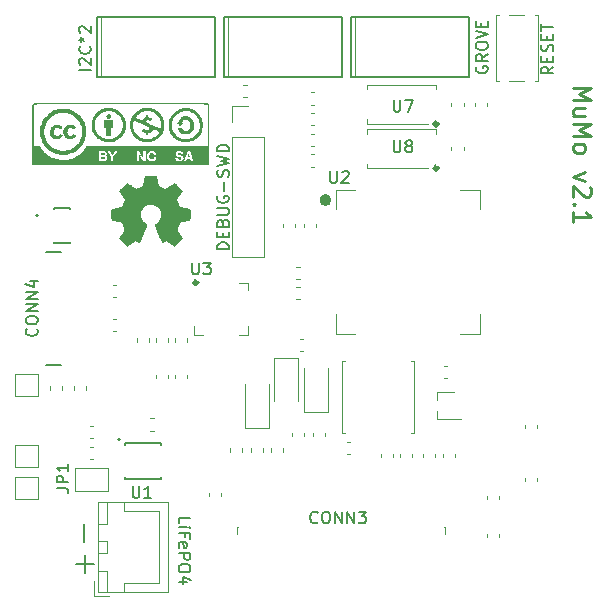
<source format=gbr>
%TF.GenerationSoftware,KiCad,Pcbnew,(6.0.8)*%
%TF.CreationDate,2023-02-20T11:38:59+01:00*%
%TF.ProjectId,MuMo-v2-Node,4d754d6f-2d76-4322-9d4e-6f64652e6b69,rev?*%
%TF.SameCoordinates,Original*%
%TF.FileFunction,Legend,Top*%
%TF.FilePolarity,Positive*%
%FSLAX46Y46*%
G04 Gerber Fmt 4.6, Leading zero omitted, Abs format (unit mm)*
G04 Created by KiCad (PCBNEW (6.0.8)) date 2023-02-20 11:38:59*
%MOMM*%
%LPD*%
G01*
G04 APERTURE LIST*
%ADD10C,0.250000*%
%ADD11C,0.150000*%
%ADD12C,0.200000*%
%ADD13C,0.120000*%
%ADD14C,0.517905*%
%ADD15C,0.343981*%
%ADD16C,0.010000*%
%ADD17C,0.127000*%
G04 APERTURE END LIST*
D10*
X190852228Y-64165142D02*
X192352228Y-64165142D01*
X191280800Y-64665142D01*
X192352228Y-65165142D01*
X190852228Y-65165142D01*
X191852228Y-66522285D02*
X190852228Y-66522285D01*
X191852228Y-65879428D02*
X191066514Y-65879428D01*
X190923657Y-65950857D01*
X190852228Y-66093714D01*
X190852228Y-66308000D01*
X190923657Y-66450857D01*
X190995085Y-66522285D01*
X190852228Y-67236571D02*
X192352228Y-67236571D01*
X191280800Y-67736571D01*
X192352228Y-68236571D01*
X190852228Y-68236571D01*
X190852228Y-69165142D02*
X190923657Y-69022285D01*
X190995085Y-68950857D01*
X191137942Y-68879428D01*
X191566514Y-68879428D01*
X191709371Y-68950857D01*
X191780800Y-69022285D01*
X191852228Y-69165142D01*
X191852228Y-69379428D01*
X191780800Y-69522285D01*
X191709371Y-69593714D01*
X191566514Y-69665142D01*
X191137942Y-69665142D01*
X190995085Y-69593714D01*
X190923657Y-69522285D01*
X190852228Y-69379428D01*
X190852228Y-69165142D01*
X191852228Y-71308000D02*
X190852228Y-71665142D01*
X191852228Y-72022285D01*
X192209371Y-72522285D02*
X192280800Y-72593714D01*
X192352228Y-72736571D01*
X192352228Y-73093714D01*
X192280800Y-73236571D01*
X192209371Y-73308000D01*
X192066514Y-73379428D01*
X191923657Y-73379428D01*
X191709371Y-73308000D01*
X190852228Y-72450857D01*
X190852228Y-73379428D01*
X190995085Y-74022285D02*
X190923657Y-74093714D01*
X190852228Y-74022285D01*
X190923657Y-73950857D01*
X190995085Y-74022285D01*
X190852228Y-74022285D01*
X190852228Y-75522285D02*
X190852228Y-74665142D01*
X190852228Y-75093714D02*
X192352228Y-75093714D01*
X192137942Y-74950857D01*
X191995085Y-74808000D01*
X191923657Y-74665142D01*
D11*
X149423657Y-102569904D02*
X149423657Y-101046095D01*
X148768895Y-104450857D02*
X150292704Y-104450857D01*
X149530800Y-105212761D02*
X149530800Y-103688952D01*
%TO.C,U2*%
X170256295Y-71207380D02*
X170256295Y-72016904D01*
X170303914Y-72112142D01*
X170351533Y-72159761D01*
X170446771Y-72207380D01*
X170637247Y-72207380D01*
X170732485Y-72159761D01*
X170780104Y-72112142D01*
X170827723Y-72016904D01*
X170827723Y-71207380D01*
X171256295Y-71302619D02*
X171303914Y-71255000D01*
X171399152Y-71207380D01*
X171637247Y-71207380D01*
X171732485Y-71255000D01*
X171780104Y-71302619D01*
X171827723Y-71397857D01*
X171827723Y-71493095D01*
X171780104Y-71635952D01*
X171208676Y-72207380D01*
X171827723Y-72207380D01*
%TO.C,CONN1*%
X161683180Y-77812761D02*
X160683180Y-77812761D01*
X160683180Y-77574666D01*
X160730800Y-77431809D01*
X160826038Y-77336571D01*
X160921276Y-77288952D01*
X161111752Y-77241333D01*
X161254609Y-77241333D01*
X161445085Y-77288952D01*
X161540323Y-77336571D01*
X161635561Y-77431809D01*
X161683180Y-77574666D01*
X161683180Y-77812761D01*
X161159371Y-76812761D02*
X161159371Y-76479428D01*
X161683180Y-76336571D02*
X161683180Y-76812761D01*
X160683180Y-76812761D01*
X160683180Y-76336571D01*
X161159371Y-75574666D02*
X161206990Y-75431809D01*
X161254609Y-75384190D01*
X161349847Y-75336571D01*
X161492704Y-75336571D01*
X161587942Y-75384190D01*
X161635561Y-75431809D01*
X161683180Y-75527047D01*
X161683180Y-75908000D01*
X160683180Y-75908000D01*
X160683180Y-75574666D01*
X160730800Y-75479428D01*
X160778419Y-75431809D01*
X160873657Y-75384190D01*
X160968895Y-75384190D01*
X161064133Y-75431809D01*
X161111752Y-75479428D01*
X161159371Y-75574666D01*
X161159371Y-75908000D01*
X160683180Y-74908000D02*
X161492704Y-74908000D01*
X161587942Y-74860380D01*
X161635561Y-74812761D01*
X161683180Y-74717523D01*
X161683180Y-74527047D01*
X161635561Y-74431809D01*
X161587942Y-74384190D01*
X161492704Y-74336571D01*
X160683180Y-74336571D01*
X160730800Y-73336571D02*
X160683180Y-73431809D01*
X160683180Y-73574666D01*
X160730800Y-73717523D01*
X160826038Y-73812761D01*
X160921276Y-73860380D01*
X161111752Y-73908000D01*
X161254609Y-73908000D01*
X161445085Y-73860380D01*
X161540323Y-73812761D01*
X161635561Y-73717523D01*
X161683180Y-73574666D01*
X161683180Y-73479428D01*
X161635561Y-73336571D01*
X161587942Y-73288952D01*
X161254609Y-73288952D01*
X161254609Y-73479428D01*
X161302228Y-72860380D02*
X161302228Y-72098476D01*
X161635561Y-71669904D02*
X161683180Y-71527047D01*
X161683180Y-71288952D01*
X161635561Y-71193714D01*
X161587942Y-71146095D01*
X161492704Y-71098476D01*
X161397466Y-71098476D01*
X161302228Y-71146095D01*
X161254609Y-71193714D01*
X161206990Y-71288952D01*
X161159371Y-71479428D01*
X161111752Y-71574666D01*
X161064133Y-71622285D01*
X160968895Y-71669904D01*
X160873657Y-71669904D01*
X160778419Y-71622285D01*
X160730800Y-71574666D01*
X160683180Y-71479428D01*
X160683180Y-71241333D01*
X160730800Y-71098476D01*
X160683180Y-70765142D02*
X161683180Y-70527047D01*
X160968895Y-70336571D01*
X161683180Y-70146095D01*
X160683180Y-69908000D01*
X161683180Y-69527047D02*
X160683180Y-69527047D01*
X160683180Y-69288952D01*
X160730800Y-69146095D01*
X160826038Y-69050857D01*
X160921276Y-69003238D01*
X161111752Y-68955619D01*
X161254609Y-68955619D01*
X161445085Y-69003238D01*
X161540323Y-69050857D01*
X161635561Y-69146095D01*
X161683180Y-69288952D01*
X161683180Y-69527047D01*
%TO.C,U7*%
X175618895Y-65160380D02*
X175618895Y-65969904D01*
X175666514Y-66065142D01*
X175714133Y-66112761D01*
X175809371Y-66160380D01*
X175999847Y-66160380D01*
X176095085Y-66112761D01*
X176142704Y-66065142D01*
X176190323Y-65969904D01*
X176190323Y-65160380D01*
X176571276Y-65160380D02*
X177237942Y-65160380D01*
X176809371Y-66160380D01*
%TO.C,JP1*%
X147083180Y-98041333D02*
X147797466Y-98041333D01*
X147940323Y-98088952D01*
X148035561Y-98184190D01*
X148083180Y-98327047D01*
X148083180Y-98422285D01*
X148083180Y-97565142D02*
X147083180Y-97565142D01*
X147083180Y-97184190D01*
X147130800Y-97088952D01*
X147178419Y-97041333D01*
X147273657Y-96993714D01*
X147416514Y-96993714D01*
X147511752Y-97041333D01*
X147559371Y-97088952D01*
X147606990Y-97184190D01*
X147606990Y-97565142D01*
X148083180Y-96041333D02*
X148083180Y-96612761D01*
X148083180Y-96327047D02*
X147083180Y-96327047D01*
X147226038Y-96422285D01*
X147321276Y-96517523D01*
X147368895Y-96612761D01*
D12*
%TO.C,CONN6*%
X182630800Y-62350857D02*
X182583180Y-62446095D01*
X182583180Y-62588952D01*
X182630800Y-62731809D01*
X182726038Y-62827047D01*
X182821276Y-62874666D01*
X183011752Y-62922285D01*
X183154609Y-62922285D01*
X183345085Y-62874666D01*
X183440323Y-62827047D01*
X183535561Y-62731809D01*
X183583180Y-62588952D01*
X183583180Y-62493714D01*
X183535561Y-62350857D01*
X183487942Y-62303238D01*
X183154609Y-62303238D01*
X183154609Y-62493714D01*
X183583180Y-61303238D02*
X183106990Y-61636571D01*
X183583180Y-61874666D02*
X182583180Y-61874666D01*
X182583180Y-61493714D01*
X182630800Y-61398476D01*
X182678419Y-61350857D01*
X182773657Y-61303238D01*
X182916514Y-61303238D01*
X183011752Y-61350857D01*
X183059371Y-61398476D01*
X183106990Y-61493714D01*
X183106990Y-61874666D01*
X182583180Y-60684190D02*
X182583180Y-60493714D01*
X182630800Y-60398476D01*
X182726038Y-60303238D01*
X182916514Y-60255619D01*
X183249847Y-60255619D01*
X183440323Y-60303238D01*
X183535561Y-60398476D01*
X183583180Y-60493714D01*
X183583180Y-60684190D01*
X183535561Y-60779428D01*
X183440323Y-60874666D01*
X183249847Y-60922285D01*
X182916514Y-60922285D01*
X182726038Y-60874666D01*
X182630800Y-60779428D01*
X182583180Y-60684190D01*
X182583180Y-59969904D02*
X183583180Y-59636571D01*
X182583180Y-59303238D01*
X183059371Y-58969904D02*
X183059371Y-58636571D01*
X183583180Y-58493714D02*
X183583180Y-58969904D01*
X182583180Y-58969904D01*
X182583180Y-58493714D01*
D11*
%TO.C,U1*%
X153516453Y-97876488D02*
X153516453Y-98687331D01*
X153564150Y-98782725D01*
X153611846Y-98830421D01*
X153707240Y-98878118D01*
X153898026Y-98878118D01*
X153993420Y-98830421D01*
X154041116Y-98782725D01*
X154088813Y-98687331D01*
X154088813Y-97876488D01*
X155090443Y-98878118D02*
X154518083Y-98878118D01*
X154804263Y-98878118D02*
X154804263Y-97876488D01*
X154708870Y-98019578D01*
X154613476Y-98114971D01*
X154518083Y-98162668D01*
%TO.C,U8*%
X175618895Y-68610380D02*
X175618895Y-69419904D01*
X175666514Y-69515142D01*
X175714133Y-69562761D01*
X175809371Y-69610380D01*
X175999847Y-69610380D01*
X176095085Y-69562761D01*
X176142704Y-69515142D01*
X176190323Y-69419904D01*
X176190323Y-68610380D01*
X176809371Y-69038952D02*
X176714133Y-68991333D01*
X176666514Y-68943714D01*
X176618895Y-68848476D01*
X176618895Y-68800857D01*
X176666514Y-68705619D01*
X176714133Y-68658000D01*
X176809371Y-68610380D01*
X176999847Y-68610380D01*
X177095085Y-68658000D01*
X177142704Y-68705619D01*
X177190323Y-68800857D01*
X177190323Y-68848476D01*
X177142704Y-68943714D01*
X177095085Y-68991333D01*
X176999847Y-69038952D01*
X176809371Y-69038952D01*
X176714133Y-69086571D01*
X176666514Y-69134190D01*
X176618895Y-69229428D01*
X176618895Y-69419904D01*
X176666514Y-69515142D01*
X176714133Y-69562761D01*
X176809371Y-69610380D01*
X176999847Y-69610380D01*
X177095085Y-69562761D01*
X177142704Y-69515142D01*
X177190323Y-69419904D01*
X177190323Y-69229428D01*
X177142704Y-69134190D01*
X177095085Y-69086571D01*
X176999847Y-69038952D01*
%TO.C,CONN2*%
X157421419Y-101026285D02*
X157421419Y-100550095D01*
X158421419Y-100550095D01*
X157421419Y-101359619D02*
X158088085Y-101359619D01*
X158421419Y-101359619D02*
X158373800Y-101312000D01*
X158326180Y-101359619D01*
X158373800Y-101407238D01*
X158421419Y-101359619D01*
X158326180Y-101359619D01*
X157945228Y-102169142D02*
X157945228Y-101835809D01*
X157421419Y-101835809D02*
X158421419Y-101835809D01*
X158421419Y-102312000D01*
X157469038Y-103073904D02*
X157421419Y-102978666D01*
X157421419Y-102788190D01*
X157469038Y-102692952D01*
X157564276Y-102645333D01*
X157945228Y-102645333D01*
X158040466Y-102692952D01*
X158088085Y-102788190D01*
X158088085Y-102978666D01*
X158040466Y-103073904D01*
X157945228Y-103121523D01*
X157849990Y-103121523D01*
X157754752Y-102645333D01*
X157421419Y-103550095D02*
X158421419Y-103550095D01*
X158421419Y-103931047D01*
X158373800Y-104026285D01*
X158326180Y-104073904D01*
X158230942Y-104121523D01*
X158088085Y-104121523D01*
X157992847Y-104073904D01*
X157945228Y-104026285D01*
X157897609Y-103931047D01*
X157897609Y-103550095D01*
X158421419Y-104740571D02*
X158421419Y-104931047D01*
X158373800Y-105026285D01*
X158278561Y-105121523D01*
X158088085Y-105169142D01*
X157754752Y-105169142D01*
X157564276Y-105121523D01*
X157469038Y-105026285D01*
X157421419Y-104931047D01*
X157421419Y-104740571D01*
X157469038Y-104645333D01*
X157564276Y-104550095D01*
X157754752Y-104502476D01*
X158088085Y-104502476D01*
X158278561Y-104550095D01*
X158373800Y-104645333D01*
X158421419Y-104740571D01*
X158088085Y-106026285D02*
X157421419Y-106026285D01*
X158469038Y-105788190D02*
X157754752Y-105550095D01*
X157754752Y-106169142D01*
%TO.C,CONN4*%
X145387942Y-84542095D02*
X145435561Y-84589714D01*
X145483180Y-84732571D01*
X145483180Y-84827809D01*
X145435561Y-84970666D01*
X145340323Y-85065904D01*
X145245085Y-85113523D01*
X145054609Y-85161142D01*
X144911752Y-85161142D01*
X144721276Y-85113523D01*
X144626038Y-85065904D01*
X144530800Y-84970666D01*
X144483180Y-84827809D01*
X144483180Y-84732571D01*
X144530800Y-84589714D01*
X144578419Y-84542095D01*
X144483180Y-83923047D02*
X144483180Y-83732571D01*
X144530800Y-83637333D01*
X144626038Y-83542095D01*
X144816514Y-83494476D01*
X145149847Y-83494476D01*
X145340323Y-83542095D01*
X145435561Y-83637333D01*
X145483180Y-83732571D01*
X145483180Y-83923047D01*
X145435561Y-84018285D01*
X145340323Y-84113523D01*
X145149847Y-84161142D01*
X144816514Y-84161142D01*
X144626038Y-84113523D01*
X144530800Y-84018285D01*
X144483180Y-83923047D01*
X145483180Y-83065904D02*
X144483180Y-83065904D01*
X145483180Y-82494476D01*
X144483180Y-82494476D01*
X145483180Y-82018285D02*
X144483180Y-82018285D01*
X145483180Y-81446857D01*
X144483180Y-81446857D01*
X144816514Y-80542095D02*
X145483180Y-80542095D01*
X144435561Y-80780190D02*
X145149847Y-81018285D01*
X145149847Y-80399238D01*
%TO.C,SW1*%
X189133180Y-62358380D02*
X188656990Y-62691714D01*
X189133180Y-62929809D02*
X188133180Y-62929809D01*
X188133180Y-62548857D01*
X188180800Y-62453619D01*
X188228419Y-62406000D01*
X188323657Y-62358380D01*
X188466514Y-62358380D01*
X188561752Y-62406000D01*
X188609371Y-62453619D01*
X188656990Y-62548857D01*
X188656990Y-62929809D01*
X188609371Y-61929809D02*
X188609371Y-61596476D01*
X189133180Y-61453619D02*
X189133180Y-61929809D01*
X188133180Y-61929809D01*
X188133180Y-61453619D01*
X189085561Y-61072666D02*
X189133180Y-60929809D01*
X189133180Y-60691714D01*
X189085561Y-60596476D01*
X189037942Y-60548857D01*
X188942704Y-60501238D01*
X188847466Y-60501238D01*
X188752228Y-60548857D01*
X188704609Y-60596476D01*
X188656990Y-60691714D01*
X188609371Y-60882190D01*
X188561752Y-60977428D01*
X188514133Y-61025047D01*
X188418895Y-61072666D01*
X188323657Y-61072666D01*
X188228419Y-61025047D01*
X188180800Y-60977428D01*
X188133180Y-60882190D01*
X188133180Y-60644095D01*
X188180800Y-60501238D01*
X188609371Y-60072666D02*
X188609371Y-59739333D01*
X189133180Y-59596476D02*
X189133180Y-60072666D01*
X188133180Y-60072666D01*
X188133180Y-59596476D01*
X188133180Y-59310761D02*
X188133180Y-58739333D01*
X189133180Y-59025047D02*
X188133180Y-59025047D01*
D12*
%TO.C,CONN8*%
X149983180Y-62641333D02*
X148983180Y-62641333D01*
X149078419Y-62212761D02*
X149030800Y-62165142D01*
X148983180Y-62069904D01*
X148983180Y-61831809D01*
X149030800Y-61736571D01*
X149078419Y-61688952D01*
X149173657Y-61641333D01*
X149268895Y-61641333D01*
X149411752Y-61688952D01*
X149983180Y-62260380D01*
X149983180Y-61641333D01*
X149887942Y-60641333D02*
X149935561Y-60688952D01*
X149983180Y-60831809D01*
X149983180Y-60927047D01*
X149935561Y-61069904D01*
X149840323Y-61165142D01*
X149745085Y-61212761D01*
X149554609Y-61260380D01*
X149411752Y-61260380D01*
X149221276Y-61212761D01*
X149126038Y-61165142D01*
X149030800Y-61069904D01*
X148983180Y-60927047D01*
X148983180Y-60831809D01*
X149030800Y-60688952D01*
X149078419Y-60641333D01*
X148983180Y-60069904D02*
X149221276Y-60069904D01*
X149126038Y-60308000D02*
X149221276Y-60069904D01*
X149126038Y-59831809D01*
X149411752Y-60212761D02*
X149221276Y-60069904D01*
X149411752Y-59927047D01*
X149078419Y-59498476D02*
X149030800Y-59450857D01*
X148983180Y-59355619D01*
X148983180Y-59117523D01*
X149030800Y-59022285D01*
X149078419Y-58974666D01*
X149173657Y-58927047D01*
X149268895Y-58927047D01*
X149411752Y-58974666D01*
X149983180Y-59546095D01*
X149983180Y-58927047D01*
D11*
%TO.C,CONN3*%
X169188704Y-100935142D02*
X169141085Y-100982761D01*
X168998228Y-101030380D01*
X168902990Y-101030380D01*
X168760133Y-100982761D01*
X168664895Y-100887523D01*
X168617276Y-100792285D01*
X168569657Y-100601809D01*
X168569657Y-100458952D01*
X168617276Y-100268476D01*
X168664895Y-100173238D01*
X168760133Y-100078000D01*
X168902990Y-100030380D01*
X168998228Y-100030380D01*
X169141085Y-100078000D01*
X169188704Y-100125619D01*
X169807752Y-100030380D02*
X169998228Y-100030380D01*
X170093466Y-100078000D01*
X170188704Y-100173238D01*
X170236323Y-100363714D01*
X170236323Y-100697047D01*
X170188704Y-100887523D01*
X170093466Y-100982761D01*
X169998228Y-101030380D01*
X169807752Y-101030380D01*
X169712514Y-100982761D01*
X169617276Y-100887523D01*
X169569657Y-100697047D01*
X169569657Y-100363714D01*
X169617276Y-100173238D01*
X169712514Y-100078000D01*
X169807752Y-100030380D01*
X170664895Y-101030380D02*
X170664895Y-100030380D01*
X171236323Y-101030380D01*
X171236323Y-100030380D01*
X171712514Y-101030380D02*
X171712514Y-100030380D01*
X172283942Y-101030380D01*
X172283942Y-100030380D01*
X172664895Y-100030380D02*
X173283942Y-100030380D01*
X172950609Y-100411333D01*
X173093466Y-100411333D01*
X173188704Y-100458952D01*
X173236323Y-100506571D01*
X173283942Y-100601809D01*
X173283942Y-100839904D01*
X173236323Y-100935142D01*
X173188704Y-100982761D01*
X173093466Y-101030380D01*
X172807752Y-101030380D01*
X172712514Y-100982761D01*
X172664895Y-100935142D01*
%TO.C,U3*%
X158568895Y-78954380D02*
X158568895Y-79763904D01*
X158616514Y-79859142D01*
X158664133Y-79906761D01*
X158759371Y-79954380D01*
X158949847Y-79954380D01*
X159045085Y-79906761D01*
X159092704Y-79859142D01*
X159140323Y-79763904D01*
X159140323Y-78954380D01*
X159521276Y-78954380D02*
X160140323Y-78954380D01*
X159806990Y-79335333D01*
X159949847Y-79335333D01*
X160045085Y-79382952D01*
X160092704Y-79430571D01*
X160140323Y-79525809D01*
X160140323Y-79763904D01*
X160092704Y-79859142D01*
X160045085Y-79906761D01*
X159949847Y-79954380D01*
X159664133Y-79954380D01*
X159568895Y-79906761D01*
X159521276Y-79859142D01*
D13*
%TO.C,C2*%
X168921380Y-69798000D02*
X168640220Y-69798000D01*
X168921380Y-70818000D02*
X168640220Y-70818000D01*
%TO.C,C3*%
X169040800Y-75667420D02*
X169040800Y-75948580D01*
X168020800Y-75667420D02*
X168020800Y-75948580D01*
%TO.C,C8*%
X182520800Y-65698580D02*
X182520800Y-65417420D01*
X183540800Y-65698580D02*
X183540800Y-65417420D01*
%TO.C,C1*%
X187758800Y-92952180D02*
X187758800Y-92671020D01*
X186738800Y-92952180D02*
X186738800Y-92671020D01*
%TO.C,U2*%
X170738800Y-74422000D02*
X170738800Y-72771000D01*
X181279800Y-72771000D02*
X182930800Y-72771000D01*
X182930800Y-72771000D02*
X182930800Y-74422000D01*
X182930800Y-84963000D02*
X181279800Y-84963000D01*
X170738800Y-84963000D02*
X170738800Y-83312000D01*
X182930800Y-83312000D02*
X182930800Y-84963000D01*
X170738800Y-72771000D02*
X172389800Y-72771000D01*
X172389800Y-84963000D02*
X170738800Y-84963000D01*
D14*
X170108752Y-73660000D02*
G75*
G03*
X170108752Y-73660000I-258952J0D01*
G01*
D13*
%TO.C,C18*%
X167020800Y-93367420D02*
X167020800Y-93648580D01*
X168040800Y-93367420D02*
X168040800Y-93648580D01*
%TO.C,R9*%
X180520800Y-69167420D02*
X180520800Y-69448580D01*
X181540800Y-69167420D02*
X181540800Y-69448580D01*
%TO.C,D3*%
X168045800Y-91588000D02*
X168045800Y-87908000D01*
X168045800Y-91588000D02*
X170065800Y-91588000D01*
X170065800Y-91588000D02*
X170065800Y-87908000D01*
%TO.C,R7*%
X152121380Y-84768000D02*
X151840220Y-84768000D01*
X152121380Y-83748000D02*
X151840220Y-83748000D01*
%TO.C,CONN1*%
X161950800Y-78498000D02*
X164610800Y-78498000D01*
X161950800Y-65678000D02*
X163280800Y-65678000D01*
X161950800Y-68278000D02*
X161950800Y-78498000D01*
X161950800Y-68278000D02*
X164610800Y-68278000D01*
X164610800Y-68278000D02*
X164610800Y-78498000D01*
X161950800Y-67008000D02*
X161950800Y-65678000D01*
%TO.C,TP2*%
X143580800Y-96258000D02*
X143580800Y-94358000D01*
X145480800Y-94358000D02*
X145480800Y-96258000D01*
X143580800Y-94358000D02*
X145480800Y-94358000D01*
X145480800Y-96258000D02*
X143580800Y-96258000D01*
%TO.C,C17*%
X163520800Y-94667420D02*
X163520800Y-94948580D01*
X164540800Y-94667420D02*
X164540800Y-94948580D01*
%TO.C,U7*%
X173359800Y-66828000D02*
X173359800Y-67209000D01*
X173359800Y-63907000D02*
X173359800Y-64288000D01*
X173359800Y-67209000D02*
X178566800Y-67209000D01*
X179201800Y-64288000D02*
X179201800Y-63907000D01*
X179201800Y-63907000D02*
X173359800Y-63907000D01*
D15*
X179373790Y-67209000D02*
G75*
G03*
X179373790Y-67209000I-171990J0D01*
G01*
D13*
%TO.C,Q1*%
X179300800Y-90558000D02*
X179300800Y-89898000D01*
X180710800Y-89898000D02*
X179300800Y-89898000D01*
X179300800Y-92218000D02*
X179300800Y-91558000D01*
X179300800Y-92218000D02*
X181330800Y-92218000D01*
%TO.C,C23*%
X161040800Y-98698580D02*
X161040800Y-98417420D01*
X160020800Y-98698580D02*
X160020800Y-98417420D01*
%TO.C,C30*%
X155520800Y-85367420D02*
X155520800Y-85648580D01*
X156540800Y-85367420D02*
X156540800Y-85648580D01*
%TO.C,C6*%
X158140800Y-88467420D02*
X158140800Y-88748580D01*
X157120800Y-88467420D02*
X157120800Y-88748580D01*
%TO.C,JP1*%
X148630800Y-96308000D02*
X151430800Y-96308000D01*
X151430800Y-96308000D02*
X151430800Y-98308000D01*
X148630800Y-98308000D02*
X148630800Y-96308000D01*
X151430800Y-98308000D02*
X148630800Y-98308000D01*
%TO.C,D1*%
X163020800Y-92938000D02*
X163020800Y-89258000D01*
X165040800Y-92938000D02*
X165040800Y-89258000D01*
X163020800Y-92938000D02*
X165040800Y-92938000D01*
%TO.C,L1*%
X171486800Y-87260000D02*
X171359800Y-87260000D01*
X171232800Y-93356000D02*
X171232800Y-87260000D01*
X177328800Y-93356000D02*
X177074800Y-93356000D01*
X171232800Y-93356000D02*
X171486800Y-93356000D01*
X171232800Y-87260000D02*
X171486800Y-87260000D01*
X177074800Y-87260000D02*
X177328800Y-87260000D01*
X177328800Y-87260000D02*
X177328800Y-93356000D01*
%TO.C,C12*%
X175540800Y-95167420D02*
X175540800Y-95448580D01*
X174520800Y-95167420D02*
X174520800Y-95448580D01*
%TO.C,C29*%
X156540800Y-88467420D02*
X156540800Y-88748580D01*
X155520800Y-88467420D02*
X155520800Y-88748580D01*
%TO.C,C27*%
X168921380Y-68048000D02*
X168640220Y-68048000D01*
X168921380Y-69068000D02*
X168640220Y-69068000D01*
%TO.C,U4*%
G36*
X155586614Y-72026931D02*
G01*
X155670435Y-72471555D01*
X155979720Y-72599053D01*
X156289006Y-72726551D01*
X156660046Y-72474246D01*
X156763957Y-72403996D01*
X156857887Y-72341272D01*
X156937452Y-72288938D01*
X156998270Y-72249857D01*
X157035957Y-72226893D01*
X157046221Y-72221942D01*
X157064710Y-72234676D01*
X157104220Y-72269882D01*
X157160322Y-72323062D01*
X157228587Y-72389718D01*
X157304586Y-72465354D01*
X157383892Y-72545472D01*
X157462075Y-72625574D01*
X157534707Y-72701164D01*
X157597359Y-72767745D01*
X157645603Y-72820818D01*
X157675010Y-72855887D01*
X157682041Y-72867623D01*
X157671923Y-72889260D01*
X157643559Y-72936662D01*
X157599929Y-73005193D01*
X157544018Y-73090215D01*
X157478806Y-73187093D01*
X157441019Y-73242350D01*
X157372143Y-73343248D01*
X157310940Y-73434299D01*
X157260378Y-73510970D01*
X157223428Y-73568728D01*
X157203058Y-73603043D01*
X157199997Y-73610254D01*
X157206936Y-73630748D01*
X157225851Y-73678513D01*
X157253887Y-73746832D01*
X157288191Y-73828989D01*
X157325909Y-73918270D01*
X157364187Y-74007958D01*
X157400170Y-74091338D01*
X157431006Y-74161694D01*
X157453839Y-74212310D01*
X157465817Y-74236471D01*
X157466524Y-74237422D01*
X157485331Y-74242036D01*
X157535418Y-74252328D01*
X157611593Y-74267287D01*
X157708665Y-74285901D01*
X157821443Y-74307159D01*
X157887242Y-74319418D01*
X158007750Y-74342362D01*
X158116597Y-74364195D01*
X158208276Y-74383722D01*
X158277281Y-74399748D01*
X158318104Y-74411079D01*
X158326311Y-74414674D01*
X158334348Y-74439006D01*
X158340833Y-74493959D01*
X158345770Y-74573108D01*
X158349164Y-74670026D01*
X158351018Y-74778287D01*
X158351338Y-74891465D01*
X158350127Y-75003135D01*
X158347390Y-75106868D01*
X158343131Y-75196241D01*
X158337355Y-75264826D01*
X158330067Y-75306197D01*
X158325695Y-75314810D01*
X158299564Y-75325133D01*
X158244193Y-75339892D01*
X158166907Y-75357352D01*
X158075030Y-75375780D01*
X158042958Y-75381741D01*
X157888324Y-75410066D01*
X157766175Y-75432876D01*
X157672473Y-75451080D01*
X157603184Y-75465583D01*
X157554271Y-75477292D01*
X157521697Y-75487115D01*
X157501428Y-75495956D01*
X157489426Y-75504724D01*
X157487747Y-75506457D01*
X157470984Y-75534371D01*
X157445414Y-75588695D01*
X157413588Y-75662777D01*
X157378060Y-75749965D01*
X157341383Y-75843608D01*
X157306111Y-75937052D01*
X157274796Y-76023647D01*
X157249993Y-76096740D01*
X157234254Y-76149678D01*
X157230132Y-76175811D01*
X157230476Y-76176726D01*
X157244441Y-76198086D01*
X157276122Y-76245084D01*
X157322191Y-76312827D01*
X157379318Y-76396423D01*
X157444173Y-76490982D01*
X157462643Y-76517854D01*
X157528499Y-76615275D01*
X157586450Y-76704163D01*
X157633338Y-76779412D01*
X157666007Y-76835920D01*
X157681300Y-76868581D01*
X157682041Y-76872593D01*
X157669192Y-76893684D01*
X157633688Y-76935464D01*
X157580093Y-76993445D01*
X157512971Y-77063135D01*
X157436887Y-77140045D01*
X157356404Y-77219683D01*
X157276087Y-77297561D01*
X157200499Y-77369186D01*
X157134205Y-77430070D01*
X157081769Y-77475721D01*
X157047755Y-77501650D01*
X157038345Y-77505883D01*
X157016443Y-77495912D01*
X156971600Y-77469020D01*
X156911121Y-77429736D01*
X156864589Y-77398117D01*
X156780275Y-77340098D01*
X156680426Y-77271784D01*
X156580273Y-77203579D01*
X156526427Y-77167075D01*
X156344171Y-77043800D01*
X156191181Y-77126520D01*
X156121482Y-77162759D01*
X156062214Y-77190926D01*
X156022111Y-77206991D01*
X156011903Y-77209226D01*
X155999629Y-77192722D01*
X155975413Y-77146082D01*
X155941063Y-77073609D01*
X155898388Y-76979606D01*
X155849194Y-76868374D01*
X155795290Y-76744215D01*
X155738484Y-76611432D01*
X155680582Y-76474327D01*
X155623393Y-76337202D01*
X155568724Y-76204358D01*
X155518384Y-76080098D01*
X155474180Y-75968725D01*
X155437919Y-75874539D01*
X155411409Y-75801844D01*
X155396458Y-75754941D01*
X155394054Y-75738833D01*
X155413111Y-75718286D01*
X155454836Y-75684933D01*
X155510506Y-75645702D01*
X155515178Y-75642599D01*
X155659064Y-75527423D01*
X155775083Y-75393053D01*
X155862230Y-75243784D01*
X155919499Y-75083913D01*
X155945886Y-74917737D01*
X155940385Y-74749552D01*
X155901990Y-74583655D01*
X155829695Y-74424342D01*
X155808426Y-74389487D01*
X155697796Y-74248737D01*
X155567102Y-74135714D01*
X155420864Y-74051003D01*
X155263608Y-73995194D01*
X155099857Y-73968874D01*
X154934133Y-73972630D01*
X154770962Y-74007050D01*
X154614865Y-74072723D01*
X154470367Y-74170235D01*
X154425669Y-74209813D01*
X154311912Y-74333703D01*
X154229018Y-74464124D01*
X154172156Y-74610315D01*
X154140487Y-74755088D01*
X154132669Y-74917860D01*
X154158738Y-75081440D01*
X154216045Y-75240298D01*
X154301944Y-75388906D01*
X154413786Y-75521735D01*
X154548923Y-75633256D01*
X154566683Y-75645011D01*
X154622950Y-75683508D01*
X154665723Y-75716863D01*
X154686172Y-75738160D01*
X154686469Y-75738833D01*
X154682079Y-75761871D01*
X154664676Y-75814157D01*
X154636068Y-75891390D01*
X154598065Y-75989268D01*
X154552474Y-76103491D01*
X154501103Y-76229758D01*
X154445762Y-76363767D01*
X154388258Y-76501218D01*
X154330401Y-76637808D01*
X154273998Y-76769237D01*
X154220858Y-76891205D01*
X154172790Y-76999409D01*
X154131601Y-77089549D01*
X154099101Y-77157323D01*
X154077097Y-77198430D01*
X154068236Y-77209226D01*
X154041160Y-77200819D01*
X153990497Y-77178272D01*
X153924983Y-77145613D01*
X153888959Y-77126520D01*
X153735968Y-77043800D01*
X153553712Y-77167075D01*
X153460675Y-77230228D01*
X153358815Y-77299727D01*
X153263362Y-77365165D01*
X153215550Y-77398117D01*
X153148305Y-77443273D01*
X153091364Y-77479057D01*
X153052154Y-77500938D01*
X153039419Y-77505563D01*
X153020883Y-77493085D01*
X152979859Y-77458252D01*
X152920325Y-77404678D01*
X152846258Y-77335983D01*
X152761635Y-77255781D01*
X152708115Y-77204286D01*
X152614481Y-77112286D01*
X152533559Y-77029999D01*
X152468623Y-76960945D01*
X152422942Y-76908644D01*
X152399789Y-76876616D01*
X152397568Y-76870116D01*
X152407876Y-76845394D01*
X152436361Y-76795405D01*
X152479863Y-76725212D01*
X152535223Y-76639875D01*
X152599280Y-76544456D01*
X152617497Y-76517854D01*
X152683873Y-76421167D01*
X152743422Y-76334117D01*
X152792816Y-76261595D01*
X152828725Y-76208493D01*
X152847819Y-76179703D01*
X152849664Y-76176726D01*
X152846905Y-76153782D01*
X152832262Y-76103336D01*
X152808287Y-76032041D01*
X152777534Y-75946547D01*
X152742556Y-75853507D01*
X152705907Y-75759574D01*
X152670139Y-75671399D01*
X152637806Y-75595634D01*
X152611462Y-75538931D01*
X152593658Y-75507943D01*
X152592393Y-75506457D01*
X152581506Y-75497601D01*
X152563118Y-75488843D01*
X152533194Y-75479277D01*
X152487697Y-75467996D01*
X152422591Y-75454093D01*
X152333839Y-75436663D01*
X152217407Y-75414798D01*
X152069258Y-75387591D01*
X152037182Y-75381741D01*
X151942114Y-75363374D01*
X151859235Y-75345405D01*
X151795870Y-75329569D01*
X151759342Y-75317600D01*
X151754444Y-75314810D01*
X151746373Y-75290072D01*
X151739813Y-75234790D01*
X151734767Y-75155389D01*
X151731241Y-75058296D01*
X151729239Y-74949938D01*
X151728764Y-74836740D01*
X151729823Y-74725128D01*
X151732418Y-74621529D01*
X151736554Y-74532368D01*
X151742237Y-74464072D01*
X151749469Y-74423066D01*
X151753829Y-74414674D01*
X151778102Y-74406208D01*
X151833374Y-74392435D01*
X151914138Y-74374550D01*
X152014888Y-74353748D01*
X152130117Y-74331223D01*
X152192898Y-74319418D01*
X152312013Y-74297151D01*
X152418235Y-74276979D01*
X152506373Y-74259915D01*
X152571234Y-74246969D01*
X152607626Y-74239155D01*
X152613616Y-74237422D01*
X152623739Y-74217890D01*
X152645138Y-74170843D01*
X152674961Y-74103003D01*
X152710355Y-74021091D01*
X152748468Y-73931828D01*
X152786447Y-73841935D01*
X152821440Y-73758135D01*
X152850594Y-73687147D01*
X152871057Y-73635694D01*
X152879977Y-73610497D01*
X152880143Y-73609396D01*
X152870031Y-73589519D01*
X152841683Y-73543777D01*
X152798077Y-73476717D01*
X152742194Y-73392884D01*
X152677013Y-73296826D01*
X152639121Y-73241650D01*
X152570075Y-73140481D01*
X152508750Y-73048630D01*
X152458137Y-72970744D01*
X152421229Y-72911469D01*
X152401018Y-72875451D01*
X152398099Y-72867377D01*
X152410647Y-72848584D01*
X152445337Y-72808457D01*
X152497737Y-72751493D01*
X152563416Y-72682185D01*
X152637944Y-72605031D01*
X152716887Y-72524525D01*
X152795817Y-72445163D01*
X152870300Y-72371440D01*
X152935906Y-72307852D01*
X152988204Y-72258894D01*
X153022761Y-72229061D01*
X153034322Y-72221942D01*
X153053146Y-72231953D01*
X153098169Y-72260078D01*
X153165013Y-72303454D01*
X153249301Y-72359218D01*
X153346656Y-72424506D01*
X153420093Y-72474246D01*
X153791133Y-72726551D01*
X154409705Y-72471555D01*
X154493525Y-72026931D01*
X154577346Y-71582307D01*
X155502794Y-71582307D01*
X155586614Y-72026931D01*
G37*
D16*
X155586614Y-72026931D02*
X155670435Y-72471555D01*
X155979720Y-72599053D01*
X156289006Y-72726551D01*
X156660046Y-72474246D01*
X156763957Y-72403996D01*
X156857887Y-72341272D01*
X156937452Y-72288938D01*
X156998270Y-72249857D01*
X157035957Y-72226893D01*
X157046221Y-72221942D01*
X157064710Y-72234676D01*
X157104220Y-72269882D01*
X157160322Y-72323062D01*
X157228587Y-72389718D01*
X157304586Y-72465354D01*
X157383892Y-72545472D01*
X157462075Y-72625574D01*
X157534707Y-72701164D01*
X157597359Y-72767745D01*
X157645603Y-72820818D01*
X157675010Y-72855887D01*
X157682041Y-72867623D01*
X157671923Y-72889260D01*
X157643559Y-72936662D01*
X157599929Y-73005193D01*
X157544018Y-73090215D01*
X157478806Y-73187093D01*
X157441019Y-73242350D01*
X157372143Y-73343248D01*
X157310940Y-73434299D01*
X157260378Y-73510970D01*
X157223428Y-73568728D01*
X157203058Y-73603043D01*
X157199997Y-73610254D01*
X157206936Y-73630748D01*
X157225851Y-73678513D01*
X157253887Y-73746832D01*
X157288191Y-73828989D01*
X157325909Y-73918270D01*
X157364187Y-74007958D01*
X157400170Y-74091338D01*
X157431006Y-74161694D01*
X157453839Y-74212310D01*
X157465817Y-74236471D01*
X157466524Y-74237422D01*
X157485331Y-74242036D01*
X157535418Y-74252328D01*
X157611593Y-74267287D01*
X157708665Y-74285901D01*
X157821443Y-74307159D01*
X157887242Y-74319418D01*
X158007750Y-74342362D01*
X158116597Y-74364195D01*
X158208276Y-74383722D01*
X158277281Y-74399748D01*
X158318104Y-74411079D01*
X158326311Y-74414674D01*
X158334348Y-74439006D01*
X158340833Y-74493959D01*
X158345770Y-74573108D01*
X158349164Y-74670026D01*
X158351018Y-74778287D01*
X158351338Y-74891465D01*
X158350127Y-75003135D01*
X158347390Y-75106868D01*
X158343131Y-75196241D01*
X158337355Y-75264826D01*
X158330067Y-75306197D01*
X158325695Y-75314810D01*
X158299564Y-75325133D01*
X158244193Y-75339892D01*
X158166907Y-75357352D01*
X158075030Y-75375780D01*
X158042958Y-75381741D01*
X157888324Y-75410066D01*
X157766175Y-75432876D01*
X157672473Y-75451080D01*
X157603184Y-75465583D01*
X157554271Y-75477292D01*
X157521697Y-75487115D01*
X157501428Y-75495956D01*
X157489426Y-75504724D01*
X157487747Y-75506457D01*
X157470984Y-75534371D01*
X157445414Y-75588695D01*
X157413588Y-75662777D01*
X157378060Y-75749965D01*
X157341383Y-75843608D01*
X157306111Y-75937052D01*
X157274796Y-76023647D01*
X157249993Y-76096740D01*
X157234254Y-76149678D01*
X157230132Y-76175811D01*
X157230476Y-76176726D01*
X157244441Y-76198086D01*
X157276122Y-76245084D01*
X157322191Y-76312827D01*
X157379318Y-76396423D01*
X157444173Y-76490982D01*
X157462643Y-76517854D01*
X157528499Y-76615275D01*
X157586450Y-76704163D01*
X157633338Y-76779412D01*
X157666007Y-76835920D01*
X157681300Y-76868581D01*
X157682041Y-76872593D01*
X157669192Y-76893684D01*
X157633688Y-76935464D01*
X157580093Y-76993445D01*
X157512971Y-77063135D01*
X157436887Y-77140045D01*
X157356404Y-77219683D01*
X157276087Y-77297561D01*
X157200499Y-77369186D01*
X157134205Y-77430070D01*
X157081769Y-77475721D01*
X157047755Y-77501650D01*
X157038345Y-77505883D01*
X157016443Y-77495912D01*
X156971600Y-77469020D01*
X156911121Y-77429736D01*
X156864589Y-77398117D01*
X156780275Y-77340098D01*
X156680426Y-77271784D01*
X156580273Y-77203579D01*
X156526427Y-77167075D01*
X156344171Y-77043800D01*
X156191181Y-77126520D01*
X156121482Y-77162759D01*
X156062214Y-77190926D01*
X156022111Y-77206991D01*
X156011903Y-77209226D01*
X155999629Y-77192722D01*
X155975413Y-77146082D01*
X155941063Y-77073609D01*
X155898388Y-76979606D01*
X155849194Y-76868374D01*
X155795290Y-76744215D01*
X155738484Y-76611432D01*
X155680582Y-76474327D01*
X155623393Y-76337202D01*
X155568724Y-76204358D01*
X155518384Y-76080098D01*
X155474180Y-75968725D01*
X155437919Y-75874539D01*
X155411409Y-75801844D01*
X155396458Y-75754941D01*
X155394054Y-75738833D01*
X155413111Y-75718286D01*
X155454836Y-75684933D01*
X155510506Y-75645702D01*
X155515178Y-75642599D01*
X155659064Y-75527423D01*
X155775083Y-75393053D01*
X155862230Y-75243784D01*
X155919499Y-75083913D01*
X155945886Y-74917737D01*
X155940385Y-74749552D01*
X155901990Y-74583655D01*
X155829695Y-74424342D01*
X155808426Y-74389487D01*
X155697796Y-74248737D01*
X155567102Y-74135714D01*
X155420864Y-74051003D01*
X155263608Y-73995194D01*
X155099857Y-73968874D01*
X154934133Y-73972630D01*
X154770962Y-74007050D01*
X154614865Y-74072723D01*
X154470367Y-74170235D01*
X154425669Y-74209813D01*
X154311912Y-74333703D01*
X154229018Y-74464124D01*
X154172156Y-74610315D01*
X154140487Y-74755088D01*
X154132669Y-74917860D01*
X154158738Y-75081440D01*
X154216045Y-75240298D01*
X154301944Y-75388906D01*
X154413786Y-75521735D01*
X154548923Y-75633256D01*
X154566683Y-75645011D01*
X154622950Y-75683508D01*
X154665723Y-75716863D01*
X154686172Y-75738160D01*
X154686469Y-75738833D01*
X154682079Y-75761871D01*
X154664676Y-75814157D01*
X154636068Y-75891390D01*
X154598065Y-75989268D01*
X154552474Y-76103491D01*
X154501103Y-76229758D01*
X154445762Y-76363767D01*
X154388258Y-76501218D01*
X154330401Y-76637808D01*
X154273998Y-76769237D01*
X154220858Y-76891205D01*
X154172790Y-76999409D01*
X154131601Y-77089549D01*
X154099101Y-77157323D01*
X154077097Y-77198430D01*
X154068236Y-77209226D01*
X154041160Y-77200819D01*
X153990497Y-77178272D01*
X153924983Y-77145613D01*
X153888959Y-77126520D01*
X153735968Y-77043800D01*
X153553712Y-77167075D01*
X153460675Y-77230228D01*
X153358815Y-77299727D01*
X153263362Y-77365165D01*
X153215550Y-77398117D01*
X153148305Y-77443273D01*
X153091364Y-77479057D01*
X153052154Y-77500938D01*
X153039419Y-77505563D01*
X153020883Y-77493085D01*
X152979859Y-77458252D01*
X152920325Y-77404678D01*
X152846258Y-77335983D01*
X152761635Y-77255781D01*
X152708115Y-77204286D01*
X152614481Y-77112286D01*
X152533559Y-77029999D01*
X152468623Y-76960945D01*
X152422942Y-76908644D01*
X152399789Y-76876616D01*
X152397568Y-76870116D01*
X152407876Y-76845394D01*
X152436361Y-76795405D01*
X152479863Y-76725212D01*
X152535223Y-76639875D01*
X152599280Y-76544456D01*
X152617497Y-76517854D01*
X152683873Y-76421167D01*
X152743422Y-76334117D01*
X152792816Y-76261595D01*
X152828725Y-76208493D01*
X152847819Y-76179703D01*
X152849664Y-76176726D01*
X152846905Y-76153782D01*
X152832262Y-76103336D01*
X152808287Y-76032041D01*
X152777534Y-75946547D01*
X152742556Y-75853507D01*
X152705907Y-75759574D01*
X152670139Y-75671399D01*
X152637806Y-75595634D01*
X152611462Y-75538931D01*
X152593658Y-75507943D01*
X152592393Y-75506457D01*
X152581506Y-75497601D01*
X152563118Y-75488843D01*
X152533194Y-75479277D01*
X152487697Y-75467996D01*
X152422591Y-75454093D01*
X152333839Y-75436663D01*
X152217407Y-75414798D01*
X152069258Y-75387591D01*
X152037182Y-75381741D01*
X151942114Y-75363374D01*
X151859235Y-75345405D01*
X151795870Y-75329569D01*
X151759342Y-75317600D01*
X151754444Y-75314810D01*
X151746373Y-75290072D01*
X151739813Y-75234790D01*
X151734767Y-75155389D01*
X151731241Y-75058296D01*
X151729239Y-74949938D01*
X151728764Y-74836740D01*
X151729823Y-74725128D01*
X151732418Y-74621529D01*
X151736554Y-74532368D01*
X151742237Y-74464072D01*
X151749469Y-74423066D01*
X151753829Y-74414674D01*
X151778102Y-74406208D01*
X151833374Y-74392435D01*
X151914138Y-74374550D01*
X152014888Y-74353748D01*
X152130117Y-74331223D01*
X152192898Y-74319418D01*
X152312013Y-74297151D01*
X152418235Y-74276979D01*
X152506373Y-74259915D01*
X152571234Y-74246969D01*
X152607626Y-74239155D01*
X152613616Y-74237422D01*
X152623739Y-74217890D01*
X152645138Y-74170843D01*
X152674961Y-74103003D01*
X152710355Y-74021091D01*
X152748468Y-73931828D01*
X152786447Y-73841935D01*
X152821440Y-73758135D01*
X152850594Y-73687147D01*
X152871057Y-73635694D01*
X152879977Y-73610497D01*
X152880143Y-73609396D01*
X152870031Y-73589519D01*
X152841683Y-73543777D01*
X152798077Y-73476717D01*
X152742194Y-73392884D01*
X152677013Y-73296826D01*
X152639121Y-73241650D01*
X152570075Y-73140481D01*
X152508750Y-73048630D01*
X152458137Y-72970744D01*
X152421229Y-72911469D01*
X152401018Y-72875451D01*
X152398099Y-72867377D01*
X152410647Y-72848584D01*
X152445337Y-72808457D01*
X152497737Y-72751493D01*
X152563416Y-72682185D01*
X152637944Y-72605031D01*
X152716887Y-72524525D01*
X152795817Y-72445163D01*
X152870300Y-72371440D01*
X152935906Y-72307852D01*
X152988204Y-72258894D01*
X153022761Y-72229061D01*
X153034322Y-72221942D01*
X153053146Y-72231953D01*
X153098169Y-72260078D01*
X153165013Y-72303454D01*
X153249301Y-72359218D01*
X153346656Y-72424506D01*
X153420093Y-72474246D01*
X153791133Y-72726551D01*
X154409705Y-72471555D01*
X154493525Y-72026931D01*
X154577346Y-71582307D01*
X155502794Y-71582307D01*
X155586614Y-72026931D01*
D13*
%TO.C,D2*%
X167540800Y-87028000D02*
X167540800Y-90708000D01*
X165520800Y-87028000D02*
X165520800Y-90708000D01*
X167540800Y-87028000D02*
X165520800Y-87028000D01*
%TO.C,C24*%
X168921380Y-65568000D02*
X168640220Y-65568000D01*
X168921380Y-64548000D02*
X168640220Y-64548000D01*
%TO.C,R5*%
X146520800Y-89417420D02*
X146520800Y-89698580D01*
X147540800Y-89417420D02*
X147540800Y-89698580D01*
%TO.C,C14*%
X168770800Y-93367420D02*
X168770800Y-93648580D01*
X169790800Y-93367420D02*
X169790800Y-93648580D01*
%TO.C,C15*%
X165270800Y-94667420D02*
X165270800Y-94948580D01*
X166290800Y-94667420D02*
X166290800Y-94948580D01*
%TO.C,R6*%
X149540800Y-89698580D02*
X149540800Y-89417420D01*
X148520800Y-89698580D02*
X148520800Y-89417420D01*
%TO.C,G\u002A\u002A\u002A*%
G36*
X151034973Y-69671516D02*
G01*
X151075265Y-69673949D01*
X151105118Y-69678622D01*
X151126791Y-69686040D01*
X151142539Y-69696710D01*
X151153299Y-69709202D01*
X151161891Y-69731019D01*
X151165322Y-69760223D01*
X151163561Y-69790252D01*
X151156576Y-69814544D01*
X151153824Y-69819221D01*
X151142060Y-69833328D01*
X151127842Y-69843654D01*
X151108770Y-69850759D01*
X151082447Y-69855201D01*
X151046476Y-69857540D01*
X150998459Y-69858332D01*
X150985868Y-69858355D01*
X150872974Y-69858355D01*
X150872974Y-69670818D01*
X150981986Y-69670818D01*
X151034973Y-69671516D01*
G37*
G36*
X148301722Y-67275815D02*
G01*
X148360235Y-67281112D01*
X148411936Y-67291055D01*
X148460767Y-67306457D01*
X148510670Y-67328134D01*
X148523604Y-67334543D01*
X148594842Y-67377387D01*
X148654888Y-67428762D01*
X148706062Y-67490679D01*
X148709649Y-67495866D01*
X148727063Y-67521702D01*
X148736901Y-67538156D01*
X148740148Y-67548166D01*
X148737788Y-67554673D01*
X148731210Y-67560312D01*
X148719973Y-67567129D01*
X148698715Y-67578758D01*
X148670110Y-67593845D01*
X148636831Y-67611038D01*
X148601554Y-67628983D01*
X148566950Y-67646328D01*
X148535694Y-67661719D01*
X148510461Y-67673802D01*
X148493923Y-67681226D01*
X148488914Y-67682927D01*
X148482557Y-67676988D01*
X148471342Y-67661506D01*
X148459207Y-67642298D01*
X148428020Y-67599234D01*
X148390457Y-67566073D01*
X148357102Y-67545923D01*
X148323955Y-67534620D01*
X148282225Y-67529273D01*
X148237090Y-67529855D01*
X148193726Y-67536341D01*
X148161190Y-67546890D01*
X148112939Y-67575417D01*
X148074075Y-67613972D01*
X148044358Y-67663067D01*
X148023547Y-67723215D01*
X148011401Y-67794930D01*
X148007670Y-67874214D01*
X148011942Y-67958620D01*
X148024854Y-68030965D01*
X148046551Y-68091552D01*
X148077177Y-68140686D01*
X148116878Y-68178671D01*
X148165363Y-68205634D01*
X148201697Y-68215392D01*
X148246169Y-68219806D01*
X148293384Y-68219010D01*
X148337947Y-68213137D01*
X148374463Y-68202320D01*
X148378733Y-68200367D01*
X148418266Y-68175378D01*
X148454368Y-68142032D01*
X148482394Y-68104947D01*
X148490848Y-68088909D01*
X148500630Y-68070359D01*
X148509183Y-68059330D01*
X148511821Y-68058000D01*
X148520488Y-68061282D01*
X148539439Y-68070223D01*
X148566079Y-68083465D01*
X148597814Y-68099649D01*
X148632050Y-68117417D01*
X148666192Y-68135411D01*
X148697647Y-68152274D01*
X148723819Y-68166646D01*
X148742116Y-68177170D01*
X148749943Y-68182487D01*
X148750056Y-68182726D01*
X148745577Y-68193545D01*
X148733610Y-68212782D01*
X148716358Y-68237402D01*
X148696024Y-68264370D01*
X148674812Y-68290650D01*
X148656760Y-68311240D01*
X148592035Y-68370352D01*
X148518884Y-68417397D01*
X148438156Y-68452101D01*
X148350698Y-68474190D01*
X148257360Y-68483388D01*
X148158991Y-68479423D01*
X148142436Y-68477497D01*
X148052970Y-68459110D01*
X147970277Y-68427873D01*
X147895333Y-68384464D01*
X147829112Y-68329561D01*
X147772589Y-68263841D01*
X147727183Y-68188870D01*
X147705547Y-68141793D01*
X147689434Y-68096703D01*
X147678170Y-68050138D01*
X147671082Y-67998636D01*
X147667497Y-67938735D01*
X147666702Y-67877965D01*
X147667787Y-67811767D01*
X147671311Y-67756804D01*
X147678023Y-67709404D01*
X147688673Y-67665894D01*
X147704012Y-67622603D01*
X147724790Y-67575858D01*
X147731069Y-67562903D01*
X147748074Y-67530772D01*
X147766149Y-67502948D01*
X147788425Y-67475278D01*
X147818033Y-67443607D01*
X147830508Y-67431010D01*
X147864421Y-67398232D01*
X147892880Y-67373864D01*
X147920027Y-67354783D01*
X147950008Y-67337867D01*
X147962401Y-67331653D01*
X148009272Y-67310105D01*
X148051230Y-67294555D01*
X148092507Y-67284105D01*
X148137332Y-67277859D01*
X148189935Y-67274917D01*
X148232454Y-67274347D01*
X148301722Y-67275815D01*
G37*
G36*
X147216775Y-67279390D02*
G01*
X147301049Y-67297444D01*
X147378942Y-67325398D01*
X147414793Y-67343211D01*
X147445296Y-67363300D01*
X147480312Y-67391444D01*
X147516519Y-67424429D01*
X147550594Y-67459040D01*
X147579217Y-67492065D01*
X147599064Y-67520289D01*
X147600546Y-67522921D01*
X147617516Y-67554018D01*
X147493384Y-67618472D01*
X147453931Y-67638802D01*
X147419018Y-67656498D01*
X147390833Y-67670474D01*
X147371564Y-67679645D01*
X147363406Y-67682927D01*
X147356606Y-67676859D01*
X147347398Y-67661922D01*
X147345699Y-67658547D01*
X147318642Y-67617120D01*
X147281488Y-67579849D01*
X147239126Y-67551579D01*
X147236440Y-67550232D01*
X147211135Y-67538990D01*
X147188578Y-67532679D01*
X147162539Y-67530066D01*
X147133488Y-67529824D01*
X147071800Y-67536777D01*
X147018567Y-67556000D01*
X146973930Y-67587275D01*
X146938035Y-67630381D01*
X146911024Y-67685099D01*
X146893040Y-67751209D01*
X146884227Y-67828490D01*
X146884462Y-67911722D01*
X146893049Y-67992210D01*
X146910096Y-68060406D01*
X146935660Y-68116447D01*
X146969799Y-68160470D01*
X146999590Y-68184714D01*
X147045754Y-68207047D01*
X147099231Y-68219362D01*
X147155932Y-68221395D01*
X147211771Y-68212880D01*
X147247526Y-68200774D01*
X147278788Y-68182624D01*
X147311560Y-68156001D01*
X147341414Y-68125179D01*
X147363918Y-68094435D01*
X147370199Y-68082380D01*
X147378947Y-68066215D01*
X147386466Y-68058193D01*
X147387355Y-68058000D01*
X147395763Y-68061383D01*
X147415087Y-68070761D01*
X147443054Y-68084982D01*
X147477388Y-68102894D01*
X147508797Y-68119578D01*
X147623833Y-68181155D01*
X147611206Y-68202675D01*
X147589435Y-68235008D01*
X147559948Y-68272341D01*
X147526625Y-68310152D01*
X147493343Y-68343919D01*
X147478556Y-68357333D01*
X147431749Y-68391757D01*
X147375667Y-68423522D01*
X147316038Y-68449733D01*
X147262526Y-68466560D01*
X147218341Y-68474500D01*
X147164987Y-68479808D01*
X147108108Y-68482238D01*
X147053346Y-68481548D01*
X147007167Y-68477607D01*
X146946712Y-68465250D01*
X146883079Y-68445449D01*
X146823729Y-68420686D01*
X146801499Y-68409195D01*
X146765005Y-68384641D01*
X146724806Y-68350627D01*
X146684456Y-68310825D01*
X146647507Y-68268903D01*
X146617513Y-68228534D01*
X146603127Y-68204279D01*
X146568377Y-68121515D01*
X146544552Y-68030660D01*
X146532175Y-67934436D01*
X146531767Y-67835562D01*
X146531908Y-67833194D01*
X146539338Y-67758117D01*
X146552681Y-67691687D01*
X146573371Y-67628231D01*
X146597987Y-67572019D01*
X146617727Y-67533056D01*
X146635976Y-67502856D01*
X146656480Y-67476121D01*
X146682987Y-67447558D01*
X146693524Y-67436993D01*
X146747485Y-67388299D01*
X146801470Y-67350307D01*
X146860577Y-67319597D01*
X146882503Y-67310306D01*
X146958985Y-67286696D01*
X147042412Y-67273811D01*
X147129452Y-67271444D01*
X147216775Y-67279390D01*
G37*
G36*
X151037070Y-69986052D02*
G01*
X151070611Y-69986784D01*
X151094913Y-69988394D01*
X151112856Y-69991202D01*
X151127321Y-69995530D01*
X151141188Y-70001696D01*
X151143313Y-70002758D01*
X151172980Y-70024848D01*
X151192742Y-70054141D01*
X151202533Y-70087517D01*
X151202288Y-70121857D01*
X151191943Y-70154038D01*
X151171432Y-70180940D01*
X151147347Y-70196708D01*
X151133220Y-70202109D01*
X151116609Y-70205952D01*
X151094783Y-70208486D01*
X151065014Y-70209964D01*
X151024574Y-70210638D01*
X150994873Y-70210759D01*
X150872974Y-70210924D01*
X150872974Y-69985880D01*
X150991408Y-69985880D01*
X151037070Y-69986052D01*
G37*
G36*
X151577994Y-66854053D02*
G01*
X151643032Y-66854209D01*
X151695859Y-66854535D01*
X151737868Y-66855084D01*
X151770455Y-66855910D01*
X151795015Y-66857067D01*
X151812943Y-66858609D01*
X151825634Y-66860589D01*
X151834484Y-66863061D01*
X151840888Y-66866079D01*
X151842765Y-66867245D01*
X151853898Y-66874593D01*
X151863104Y-66881651D01*
X151870564Y-66889837D01*
X151876464Y-66900572D01*
X151880984Y-66915274D01*
X151884310Y-66935362D01*
X151886624Y-66962256D01*
X151888109Y-66997376D01*
X151888949Y-67042140D01*
X151889326Y-67097968D01*
X151889424Y-67166279D01*
X151889424Y-67536648D01*
X151805032Y-67538769D01*
X151720641Y-67540890D01*
X151720641Y-68245537D01*
X151278054Y-68245537D01*
X151278054Y-67540890D01*
X151109270Y-67536648D01*
X151109270Y-67228746D01*
X151109278Y-67149778D01*
X151109423Y-67084394D01*
X151109887Y-67031174D01*
X151110856Y-66988700D01*
X151112511Y-66955551D01*
X151115036Y-66930309D01*
X151118615Y-66911553D01*
X151123429Y-66897866D01*
X151129663Y-66887828D01*
X151137499Y-66880018D01*
X151147122Y-66873019D01*
X151155929Y-66867245D01*
X151161817Y-66864028D01*
X151169674Y-66861375D01*
X151180896Y-66859233D01*
X151196878Y-66857548D01*
X151219015Y-66856265D01*
X151248702Y-66855332D01*
X151287334Y-66854695D01*
X151336307Y-66854299D01*
X151397016Y-66854091D01*
X151470856Y-66854017D01*
X151499347Y-66854013D01*
X151577994Y-66854053D01*
G37*
G36*
X158070944Y-66545522D02*
G01*
X158137394Y-66551126D01*
X158197229Y-66560558D01*
X158215373Y-66564664D01*
X158314331Y-66596553D01*
X158404782Y-66640636D01*
X158486262Y-66696444D01*
X158558304Y-66763503D01*
X158620442Y-66841341D01*
X158672210Y-66929488D01*
X158713141Y-67027470D01*
X158731253Y-67086823D01*
X158742926Y-67143071D01*
X158751192Y-67209263D01*
X158755864Y-67280687D01*
X158756757Y-67352635D01*
X158753684Y-67420396D01*
X158746695Y-67477917D01*
X158721292Y-67583478D01*
X158683571Y-67681354D01*
X158634293Y-67770815D01*
X158574221Y-67851132D01*
X158504118Y-67921578D01*
X158424745Y-67981423D01*
X158336866Y-68029939D01*
X158241242Y-68066398D01*
X158138637Y-68090071D01*
X158100647Y-68095266D01*
X158049005Y-68100131D01*
X158005421Y-68101658D01*
X157963322Y-68099840D01*
X157918878Y-68095027D01*
X157822337Y-68075490D01*
X157732326Y-68043247D01*
X157649859Y-67999031D01*
X157575949Y-67943577D01*
X157511609Y-67877619D01*
X157457852Y-67801891D01*
X157423866Y-67736389D01*
X157414966Y-67713473D01*
X157404616Y-67682453D01*
X157393909Y-67647199D01*
X157383940Y-67611579D01*
X157375801Y-67579462D01*
X157370587Y-67554718D01*
X157369253Y-67543187D01*
X157371625Y-67539894D01*
X157379794Y-67537356D01*
X157395336Y-67535485D01*
X157419826Y-67534193D01*
X157454842Y-67533391D01*
X157501960Y-67532989D01*
X157551989Y-67532897D01*
X157734726Y-67532897D01*
X157738894Y-67573284D01*
X157744808Y-67603809D01*
X157755351Y-67637527D01*
X157762678Y-67655135D01*
X157793445Y-67703371D01*
X157835171Y-67741636D01*
X157887439Y-67769736D01*
X157949829Y-67787479D01*
X158021923Y-67794673D01*
X158064776Y-67794102D01*
X158123992Y-67787062D01*
X158174020Y-67771096D01*
X158218858Y-67744428D01*
X158260732Y-67707111D01*
X158293361Y-67670133D01*
X158319246Y-67631821D01*
X158340761Y-67587921D01*
X158360279Y-67534177D01*
X158364273Y-67521480D01*
X158371590Y-67496886D01*
X158376957Y-67475544D01*
X158380677Y-67454406D01*
X158383054Y-67430424D01*
X158384391Y-67400549D01*
X158384990Y-67361733D01*
X158385156Y-67311603D01*
X158384857Y-67254840D01*
X158383723Y-67210304D01*
X158381569Y-67175236D01*
X158378212Y-67146874D01*
X158373468Y-67122459D01*
X158372214Y-67117319D01*
X158347087Y-67041474D01*
X158313207Y-66977621D01*
X158270871Y-66925971D01*
X158220379Y-66886738D01*
X158162030Y-66860136D01*
X158096122Y-66846377D01*
X158022955Y-66845675D01*
X157995493Y-66848579D01*
X157927432Y-66862858D01*
X157870289Y-66886284D01*
X157822666Y-66919440D01*
X157820389Y-66921472D01*
X157795908Y-66949398D01*
X157772347Y-66986136D01*
X157752904Y-67025834D01*
X157740781Y-67062638D01*
X157739456Y-67069501D01*
X157734980Y-67097084D01*
X157834016Y-67101562D01*
X157704250Y-67232838D01*
X157667642Y-67269771D01*
X157633957Y-67303566D01*
X157604810Y-67332617D01*
X157581817Y-67355318D01*
X157566593Y-67370064D01*
X157561405Y-67374809D01*
X157556638Y-67377275D01*
X157550401Y-67376650D01*
X157541401Y-67371846D01*
X157528344Y-67361773D01*
X157509938Y-67345342D01*
X157484889Y-67321466D01*
X157451904Y-67289056D01*
X157410029Y-67247360D01*
X157372891Y-67210064D01*
X157339523Y-67176175D01*
X157311325Y-67147145D01*
X157289700Y-67124430D01*
X157276048Y-67109482D01*
X157271733Y-67103842D01*
X157278606Y-67100927D01*
X157296712Y-67098262D01*
X157322284Y-67096385D01*
X157325029Y-67096265D01*
X157378325Y-67094061D01*
X157396158Y-67023418D01*
X157427459Y-66926901D01*
X157469962Y-66839889D01*
X157523134Y-66762897D01*
X157586438Y-66696440D01*
X157659341Y-66641033D01*
X157741307Y-66597190D01*
X157831802Y-66565427D01*
X157884196Y-66553448D01*
X157939117Y-66546506D01*
X158003109Y-66543923D01*
X158070944Y-66545522D01*
G37*
G36*
X145690394Y-67791896D02*
G01*
X145692490Y-67726126D01*
X145696420Y-67671038D01*
X145720585Y-67502398D01*
X145758822Y-67338920D01*
X145811073Y-67180730D01*
X145877277Y-67027953D01*
X145957377Y-66880714D01*
X146051313Y-66739138D01*
X146159025Y-66603349D01*
X146248109Y-66506108D01*
X146325428Y-66429537D01*
X146399669Y-66362665D01*
X146474959Y-66302027D01*
X146555423Y-66244160D01*
X146579283Y-66228087D01*
X146720587Y-66142958D01*
X146867754Y-66071594D01*
X147020836Y-66013982D01*
X147179886Y-65970106D01*
X147344955Y-65939950D01*
X147516096Y-65923499D01*
X147639837Y-65920131D01*
X147816689Y-65926913D01*
X147987201Y-65947286D01*
X148151471Y-65981291D01*
X148309600Y-66028970D01*
X148461687Y-66090362D01*
X148607832Y-66165509D01*
X148748134Y-66254452D01*
X148882693Y-66357231D01*
X149011609Y-66473888D01*
X149027845Y-66489961D01*
X149141534Y-66612494D01*
X149241378Y-66739088D01*
X149328255Y-66870938D01*
X149387653Y-66978331D01*
X149454287Y-67125282D01*
X149508222Y-67279132D01*
X149549327Y-67438592D01*
X149577473Y-67602373D01*
X149592532Y-67769185D01*
X149594372Y-67937738D01*
X149582866Y-68106744D01*
X149557884Y-68274913D01*
X149530187Y-68399867D01*
X149482909Y-68556056D01*
X149422104Y-68705805D01*
X149347849Y-68848941D01*
X149285486Y-68948725D01*
X149238702Y-69016371D01*
X149194993Y-69074946D01*
X149150755Y-69128810D01*
X149102384Y-69182325D01*
X149046274Y-69239854D01*
X149038795Y-69247289D01*
X148906802Y-69368488D01*
X148769477Y-69475681D01*
X148626842Y-69568857D01*
X148478915Y-69648006D01*
X148325720Y-69713118D01*
X148167276Y-69764182D01*
X148003604Y-69801187D01*
X147903536Y-69816557D01*
X147862321Y-69820884D01*
X147811787Y-69824760D01*
X147755483Y-69828050D01*
X147696960Y-69830619D01*
X147639770Y-69832330D01*
X147587464Y-69833049D01*
X147543591Y-69832639D01*
X147516063Y-69831341D01*
X147350622Y-69812968D01*
X147194735Y-69784017D01*
X147046828Y-69743969D01*
X146905323Y-69692306D01*
X146768645Y-69628506D01*
X146635217Y-69552053D01*
X146600626Y-69529883D01*
X146506504Y-69464577D01*
X146418059Y-69395200D01*
X146331020Y-69318244D01*
X146264056Y-69253403D01*
X146146472Y-69127091D01*
X146043234Y-68997676D01*
X145953842Y-68864202D01*
X145877793Y-68725712D01*
X145814585Y-68581251D01*
X145763717Y-68429860D01*
X145724688Y-68270583D01*
X145711518Y-68200011D01*
X145704500Y-68148386D01*
X145698743Y-68085403D01*
X145694352Y-68014663D01*
X145691428Y-67939764D01*
X145690320Y-67877965D01*
X146042023Y-67877965D01*
X146048904Y-68033860D01*
X146069588Y-68183948D01*
X146104133Y-68328375D01*
X146152600Y-68467288D01*
X146215049Y-68600834D01*
X146291538Y-68729157D01*
X146382128Y-68852405D01*
X146486879Y-68970724D01*
X146488348Y-68972244D01*
X146584445Y-69065962D01*
X146679898Y-69147177D01*
X146777530Y-69217984D01*
X146880166Y-69280476D01*
X146960954Y-69322576D01*
X147075494Y-69372892D01*
X147192308Y-69412621D01*
X147314949Y-69442798D01*
X147446972Y-69464455D01*
X147450107Y-69464855D01*
X147499755Y-69469331D01*
X147560231Y-69471899D01*
X147627493Y-69472631D01*
X147697496Y-69471599D01*
X147766197Y-69468875D01*
X147829552Y-69464529D01*
X147883519Y-69458634D01*
X147894745Y-69456978D01*
X148042751Y-69426698D01*
X148184614Y-69383233D01*
X148320846Y-69326323D01*
X148451962Y-69255705D01*
X148578476Y-69171116D01*
X148700900Y-69072296D01*
X148765737Y-69012685D01*
X148872260Y-68901478D01*
X148964684Y-68785626D01*
X149043395Y-68664378D01*
X149108783Y-68536983D01*
X149161235Y-68402692D01*
X149201141Y-68260754D01*
X149227457Y-68120392D01*
X149234133Y-68060375D01*
X149238535Y-67989978D01*
X149240667Y-67913446D01*
X149240532Y-67835026D01*
X149238133Y-67758965D01*
X149233475Y-67689509D01*
X149227058Y-67634167D01*
X149197221Y-67481309D01*
X149154580Y-67336065D01*
X149098902Y-67197979D01*
X149029954Y-67066597D01*
X148947503Y-66941463D01*
X148851316Y-66822123D01*
X148765059Y-66731243D01*
X148652873Y-66630313D01*
X148533164Y-66540613D01*
X148407448Y-66463088D01*
X148277243Y-66398683D01*
X148157343Y-66352674D01*
X148021337Y-66314982D01*
X147879053Y-66289582D01*
X147732807Y-66276466D01*
X147584913Y-66275627D01*
X147437688Y-66287059D01*
X147293446Y-66310754D01*
X147154502Y-66346705D01*
X147126220Y-66355809D01*
X146995656Y-66406538D01*
X146870925Y-66469860D01*
X146751225Y-66546301D01*
X146635750Y-66636386D01*
X146523694Y-66740639D01*
X146501166Y-66763711D01*
X146394143Y-66884477D01*
X146301542Y-67009231D01*
X146223243Y-67138260D01*
X146159128Y-67271853D01*
X146109078Y-67410296D01*
X146072975Y-67553878D01*
X146050700Y-67702887D01*
X146042135Y-67857609D01*
X146042023Y-67877965D01*
X145690320Y-67877965D01*
X145690075Y-67864309D01*
X145690394Y-67791896D01*
G37*
G36*
X145033074Y-65646276D02*
G01*
X145056288Y-65597516D01*
X145090993Y-65541282D01*
X145136484Y-65495451D01*
X145192389Y-65460393D01*
X145194356Y-65459448D01*
X145243116Y-65436234D01*
X159818485Y-65436234D01*
X159867244Y-65459678D01*
X159923737Y-65494704D01*
X159969576Y-65540279D01*
X160004591Y-65596232D01*
X160005208Y-65597516D01*
X160028526Y-65646276D01*
X160030457Y-68142914D01*
X160032387Y-70639552D01*
X160010405Y-70661535D01*
X159988422Y-70683517D01*
X145073178Y-70683517D01*
X145051196Y-70661535D01*
X145029214Y-70639552D01*
X145029435Y-70353452D01*
X150692938Y-70353452D01*
X150920157Y-70353452D01*
X150989764Y-70353294D01*
X151046133Y-70352771D01*
X151091027Y-70351808D01*
X151126209Y-70350330D01*
X151153441Y-70348263D01*
X151174487Y-70345531D01*
X151191109Y-70342061D01*
X151191524Y-70341953D01*
X151252333Y-70320130D01*
X151302794Y-70289412D01*
X151341867Y-70250645D01*
X151368506Y-70204672D01*
X151371723Y-70196202D01*
X151379929Y-70159210D01*
X151382620Y-70114826D01*
X151379836Y-70069594D01*
X151371620Y-70030058D01*
X151370650Y-70027105D01*
X151353591Y-69993301D01*
X151327664Y-69960687D01*
X151297132Y-69933798D01*
X151267871Y-69917732D01*
X151250247Y-69909581D01*
X151240735Y-69901808D01*
X151241522Y-69896703D01*
X151246992Y-69895862D01*
X151255627Y-69891250D01*
X151271583Y-69879261D01*
X151288113Y-69865339D01*
X151313253Y-69839269D01*
X151328822Y-69811923D01*
X151334178Y-69796465D01*
X151344226Y-69742280D01*
X151342305Y-69690523D01*
X151328909Y-69643754D01*
X151304534Y-69604531D01*
X151295159Y-69594623D01*
X151276720Y-69577992D01*
X151258341Y-69564373D01*
X151238335Y-69553470D01*
X151215013Y-69544987D01*
X151186688Y-69538626D01*
X151168798Y-69536310D01*
X151425286Y-69536310D01*
X151427299Y-69541818D01*
X151427692Y-69542562D01*
X151433202Y-69552092D01*
X151445531Y-69572947D01*
X151463764Y-69603596D01*
X151486987Y-69642508D01*
X151514287Y-69688151D01*
X151544749Y-69738994D01*
X151577459Y-69793504D01*
X151577985Y-69794380D01*
X151720641Y-70031927D01*
X151720641Y-70353452D01*
X151900676Y-70353452D01*
X153911072Y-70353452D01*
X154083606Y-70353452D01*
X154083606Y-70079206D01*
X154083761Y-70016923D01*
X154084201Y-69959795D01*
X154084892Y-69909453D01*
X154085798Y-69867528D01*
X154086883Y-69835654D01*
X154088111Y-69815460D01*
X154089448Y-69808579D01*
X154089497Y-69808600D01*
X154094588Y-69815553D01*
X154106720Y-69833932D01*
X154125048Y-69862401D01*
X154148724Y-69899625D01*
X154176901Y-69944268D01*
X154208731Y-69994996D01*
X154243368Y-70050473D01*
X154263506Y-70082847D01*
X154431623Y-70353452D01*
X154616211Y-70353452D01*
X154616211Y-69931434D01*
X154740129Y-69931434D01*
X154742893Y-69996293D01*
X154751770Y-70057679D01*
X154761844Y-70096519D01*
X154792252Y-70167781D01*
X154833492Y-70229575D01*
X154884228Y-70281207D01*
X154943121Y-70321981D01*
X155008833Y-70351204D01*
X155080029Y-70368180D01*
X155155369Y-70372215D01*
X155233516Y-70362615D01*
X155261338Y-70355891D01*
X155325678Y-70330862D01*
X155382030Y-70293540D01*
X155429541Y-70244828D01*
X155467360Y-70185628D01*
X155494636Y-70116845D01*
X155497989Y-70104921D01*
X155505286Y-70077374D01*
X155505627Y-70075403D01*
X157142085Y-70075403D01*
X157147175Y-70118717D01*
X157161610Y-70180045D01*
X157189161Y-70235211D01*
X157228701Y-70282417D01*
X157270065Y-70314424D01*
X157327513Y-70342574D01*
X157393964Y-70361467D01*
X157466339Y-70370737D01*
X157541557Y-70370018D01*
X157616537Y-70358944D01*
X157626063Y-70356735D01*
X157654959Y-70346906D01*
X157865521Y-70346906D01*
X157871504Y-70349679D01*
X157890546Y-70351473D01*
X157920729Y-70352182D01*
X157955539Y-70351813D01*
X158048136Y-70349701D01*
X158108148Y-70177167D01*
X158422992Y-70177167D01*
X158453107Y-70265276D01*
X158483222Y-70353384D01*
X158575115Y-70353418D01*
X158610262Y-70353001D01*
X158639215Y-70351839D01*
X158659103Y-70350106D01*
X158667052Y-70347977D01*
X158667087Y-70347826D01*
X158664550Y-70339959D01*
X158657217Y-70319299D01*
X158645552Y-70287105D01*
X158630018Y-70244637D01*
X158611077Y-70193152D01*
X158589193Y-70133909D01*
X158564828Y-70068168D01*
X158538445Y-69997186D01*
X158515365Y-69935245D01*
X158363564Y-69528290D01*
X158174961Y-69528290D01*
X158021531Y-69934088D01*
X157993452Y-70008357D01*
X157966944Y-70078474D01*
X157942486Y-70143178D01*
X157920555Y-70201202D01*
X157901628Y-70251285D01*
X157886184Y-70292161D01*
X157874700Y-70322567D01*
X157867653Y-70341239D01*
X157865521Y-70346906D01*
X157654959Y-70346906D01*
X157690560Y-70334796D01*
X157745065Y-70302939D01*
X157788639Y-70261854D01*
X157819321Y-70214358D01*
X157828653Y-70192373D01*
X157834202Y-70170340D01*
X157836859Y-70143131D01*
X157837515Y-70109654D01*
X157835484Y-70063684D01*
X157828005Y-70027687D01*
X157813210Y-69997067D01*
X157789231Y-69967228D01*
X157773076Y-69951032D01*
X157753779Y-69933768D01*
X157734082Y-69919364D01*
X157711575Y-69906784D01*
X157683848Y-69894991D01*
X157648490Y-69882948D01*
X157603091Y-69869618D01*
X157551051Y-69855503D01*
X157491468Y-69839318D01*
X157444953Y-69825476D01*
X157409944Y-69812998D01*
X157384878Y-69800906D01*
X157368192Y-69788222D01*
X157358325Y-69773966D01*
X157353713Y-69757160D01*
X157352794Y-69736825D01*
X157352945Y-69731428D01*
X157361018Y-69703165D01*
X157381148Y-69678306D01*
X157410390Y-69659974D01*
X157425156Y-69654842D01*
X157455273Y-69650477D01*
X157491843Y-69650539D01*
X157528747Y-69654538D01*
X157559870Y-69661983D01*
X157570687Y-69666496D01*
X157600142Y-69688395D01*
X157623029Y-69718097D01*
X157634960Y-69749047D01*
X157639986Y-69775838D01*
X157813939Y-69775838D01*
X157809739Y-69735143D01*
X157796879Y-69677592D01*
X157771253Y-69627517D01*
X157733362Y-69585391D01*
X157683707Y-69551684D01*
X157622789Y-69526870D01*
X157576519Y-69515566D01*
X157504223Y-69507370D01*
X157435150Y-69510117D01*
X157370874Y-69523087D01*
X157312965Y-69545559D01*
X157262996Y-69576814D01*
X157222540Y-69616131D01*
X157193166Y-69662789D01*
X157180696Y-69696958D01*
X157174879Y-69737380D01*
X157176517Y-69782284D01*
X157184906Y-69825502D01*
X157199328Y-69860835D01*
X157218876Y-69888960D01*
X157243189Y-69913342D01*
X157274082Y-69934956D01*
X157313368Y-69954776D01*
X157362862Y-69973778D01*
X157424376Y-69992935D01*
X157467083Y-70004716D01*
X157526837Y-70021359D01*
X157573366Y-70036329D01*
X157608212Y-70050610D01*
X157632916Y-70065183D01*
X157649020Y-70081031D01*
X157658065Y-70099136D01*
X157661593Y-70120480D01*
X157661810Y-70128800D01*
X157656060Y-70163570D01*
X157638454Y-70190921D01*
X157608457Y-70211271D01*
X157565537Y-70225037D01*
X157531790Y-70230498D01*
X157476818Y-70231323D01*
X157427689Y-70220984D01*
X157386059Y-70200477D01*
X157353585Y-70170799D01*
X157331922Y-70132945D01*
X157324663Y-70105903D01*
X157320263Y-70079648D01*
X157231174Y-70077526D01*
X157142085Y-70075403D01*
X155505627Y-70075403D01*
X155508514Y-70058700D01*
X155505676Y-70047181D01*
X155494773Y-70041097D01*
X155473806Y-70038731D01*
X155440778Y-70038362D01*
X155420644Y-70038390D01*
X155332401Y-70038390D01*
X155323139Y-70077382D01*
X155304772Y-70128616D01*
X155276822Y-70168350D01*
X155239436Y-70196453D01*
X155192761Y-70212798D01*
X155163904Y-70216678D01*
X155114871Y-70217290D01*
X155075189Y-70210221D01*
X155040530Y-70193950D01*
X155006566Y-70166959D01*
X154997615Y-70158297D01*
X154966385Y-70121477D01*
X154944486Y-70081260D01*
X154930884Y-70034662D01*
X154924543Y-69978697D01*
X154923771Y-69945408D01*
X154928808Y-69871346D01*
X154943773Y-69807492D01*
X154968451Y-69754255D01*
X155002626Y-69712044D01*
X155046082Y-69681268D01*
X155068663Y-69671237D01*
X155099500Y-69664563D01*
X155138129Y-69662994D01*
X155178351Y-69666217D01*
X155213968Y-69673922D01*
X155227868Y-69679242D01*
X155257818Y-69698163D01*
X155285920Y-69724245D01*
X155308127Y-69753096D01*
X155320133Y-69779291D01*
X155326029Y-69802094D01*
X155503381Y-69806338D01*
X155498343Y-69774210D01*
X155481645Y-69714626D01*
X155451875Y-69659634D01*
X155410657Y-69610808D01*
X155359616Y-69569722D01*
X155300377Y-69537951D01*
X155234564Y-69517071D01*
X155232635Y-69516656D01*
X155153212Y-69506828D01*
X155077269Y-69511100D01*
X155005972Y-69528749D01*
X154940485Y-69559054D01*
X154881973Y-69601290D01*
X154831600Y-69654736D01*
X154790532Y-69718669D01*
X154759933Y-69792365D01*
X154753606Y-69813888D01*
X154743645Y-69868750D01*
X154740129Y-69931434D01*
X154616211Y-69931434D01*
X154616211Y-69528290D01*
X154443862Y-69528290D01*
X154441894Y-69803548D01*
X154439926Y-70078807D01*
X154268550Y-69803548D01*
X154097173Y-69528290D01*
X153911072Y-69528290D01*
X153911072Y-70353452D01*
X151900676Y-70353452D01*
X151900676Y-70041345D01*
X152047080Y-69799094D01*
X152080323Y-69744044D01*
X152111323Y-69692629D01*
X152139173Y-69646358D01*
X152162965Y-69606741D01*
X152181793Y-69575290D01*
X152194750Y-69553515D01*
X152200928Y-69542925D01*
X152201124Y-69542567D01*
X152203478Y-69536830D01*
X152201882Y-69532878D01*
X152194167Y-69530381D01*
X152178167Y-69529005D01*
X152151714Y-69528419D01*
X152112642Y-69528290D01*
X152007179Y-69528290D01*
X151911686Y-69689836D01*
X151881955Y-69739897D01*
X151858770Y-69778248D01*
X151841210Y-69806192D01*
X151828354Y-69825033D01*
X151819282Y-69836073D01*
X151813074Y-69840615D01*
X151808809Y-69839964D01*
X151807043Y-69837990D01*
X151800692Y-69827856D01*
X151787935Y-69806831D01*
X151769988Y-69776945D01*
X151748068Y-69740230D01*
X151723393Y-69698714D01*
X151710197Y-69676444D01*
X151622501Y-69528290D01*
X151521277Y-69528290D01*
X151480727Y-69528391D01*
X151453016Y-69528913D01*
X151435981Y-69530187D01*
X151427459Y-69532543D01*
X151425286Y-69536310D01*
X151168798Y-69536310D01*
X151151672Y-69534093D01*
X151108277Y-69531089D01*
X151054815Y-69529318D01*
X150989598Y-69528484D01*
X150917613Y-69528290D01*
X150692938Y-69528290D01*
X150692938Y-70353452D01*
X145029435Y-70353452D01*
X145030392Y-69115709D01*
X145156849Y-69115709D01*
X145697653Y-69115709D01*
X145710431Y-69139155D01*
X145718932Y-69153483D01*
X145733941Y-69177525D01*
X145753686Y-69208485D01*
X145776389Y-69243571D01*
X145789028Y-69262903D01*
X145895301Y-69411331D01*
X146012585Y-69549638D01*
X146140522Y-69677493D01*
X146278753Y-69794565D01*
X146426922Y-69900521D01*
X146573410Y-69988844D01*
X146725710Y-70064989D01*
X146885340Y-70129389D01*
X147050483Y-70181655D01*
X147219320Y-70221397D01*
X147390032Y-70248226D01*
X147560800Y-70261752D01*
X147729805Y-70261587D01*
X147819873Y-70255651D01*
X148004650Y-70231816D01*
X148184107Y-70194081D01*
X148357770Y-70142744D01*
X148525165Y-70078102D01*
X148685821Y-70000454D01*
X148839263Y-69910097D01*
X148985019Y-69807329D01*
X149122615Y-69692449D01*
X149251579Y-69565754D01*
X149371437Y-69427542D01*
X149481717Y-69278112D01*
X149555613Y-69162593D01*
X149583806Y-69115709D01*
X159904752Y-69115709D01*
X159904710Y-67407247D01*
X159904681Y-67200451D01*
X159904603Y-67008337D01*
X159904475Y-66830582D01*
X159904296Y-66666866D01*
X159904063Y-66516866D01*
X159903775Y-66380262D01*
X159903431Y-66256731D01*
X159903030Y-66145953D01*
X159902568Y-66047605D01*
X159902046Y-65961367D01*
X159901461Y-65886916D01*
X159900812Y-65823931D01*
X159900097Y-65772090D01*
X159899316Y-65731073D01*
X159898465Y-65700557D01*
X159897544Y-65680221D01*
X159896552Y-65669743D01*
X159896345Y-65668805D01*
X159881850Y-65638547D01*
X159857498Y-65608756D01*
X159827862Y-65584005D01*
X159797513Y-65568867D01*
X159795956Y-65568415D01*
X159786826Y-65567951D01*
X159763089Y-65567500D01*
X159725140Y-65567060D01*
X159673374Y-65566634D01*
X159608186Y-65566219D01*
X159529972Y-65565817D01*
X159439128Y-65565427D01*
X159336048Y-65565050D01*
X159221129Y-65564685D01*
X159094765Y-65564332D01*
X158957352Y-65563992D01*
X158809284Y-65563665D01*
X158650959Y-65563349D01*
X158482770Y-65563046D01*
X158305114Y-65562756D01*
X158118386Y-65562478D01*
X157922980Y-65562212D01*
X157719293Y-65561958D01*
X157507720Y-65561717D01*
X157288656Y-65561489D01*
X157062497Y-65561273D01*
X156829638Y-65561069D01*
X156590474Y-65560877D01*
X156345401Y-65560698D01*
X156094813Y-65560532D01*
X155839108Y-65560377D01*
X155578679Y-65560236D01*
X155313922Y-65560106D01*
X155045233Y-65559989D01*
X154773008Y-65559884D01*
X154497640Y-65559792D01*
X154219526Y-65559712D01*
X153939061Y-65559645D01*
X153656641Y-65559590D01*
X153372661Y-65559547D01*
X153087516Y-65559517D01*
X152801601Y-65559499D01*
X152515313Y-65559493D01*
X152229046Y-65559500D01*
X151943195Y-65559519D01*
X151658157Y-65559551D01*
X151374327Y-65559595D01*
X151092099Y-65559651D01*
X150811869Y-65559720D01*
X150534033Y-65559801D01*
X150258987Y-65559895D01*
X149987124Y-65560001D01*
X149718842Y-65560120D01*
X149454534Y-65560250D01*
X149194597Y-65560393D01*
X148939426Y-65560549D01*
X148689416Y-65560717D01*
X148444963Y-65560897D01*
X148206462Y-65561090D01*
X147974309Y-65561295D01*
X147748898Y-65561513D01*
X147530625Y-65561743D01*
X147319886Y-65561985D01*
X147117076Y-65562240D01*
X146922590Y-65562507D01*
X146736824Y-65562787D01*
X146560173Y-65563078D01*
X146393032Y-65563383D01*
X146235797Y-65563699D01*
X146088863Y-65564029D01*
X145952626Y-65564370D01*
X145827481Y-65564724D01*
X145713823Y-65565090D01*
X145612048Y-65565469D01*
X145522551Y-65565860D01*
X145445727Y-65566263D01*
X145381973Y-65566679D01*
X145331682Y-65567107D01*
X145295251Y-65567548D01*
X145273075Y-65568001D01*
X145265645Y-65568415D01*
X145235387Y-65582910D01*
X145205596Y-65607262D01*
X145180845Y-65636899D01*
X145165707Y-65667247D01*
X145165255Y-65668805D01*
X145164248Y-65677354D01*
X145163313Y-65695698D01*
X145162449Y-65724158D01*
X145161653Y-65763055D01*
X145160926Y-65812711D01*
X145160264Y-65873448D01*
X145159666Y-65945586D01*
X145159131Y-66029448D01*
X145158658Y-66125355D01*
X145158244Y-66233629D01*
X145157889Y-66354590D01*
X145157590Y-66488561D01*
X145157347Y-66635864D01*
X145157157Y-66796818D01*
X145157019Y-66971747D01*
X145156931Y-67160972D01*
X145156892Y-67364814D01*
X145156890Y-67407247D01*
X145156849Y-69115709D01*
X145030392Y-69115709D01*
X145033074Y-65646276D01*
G37*
G36*
X151551109Y-66377186D02*
G01*
X151597844Y-66396997D01*
X151637722Y-66427733D01*
X151668912Y-66467528D01*
X151689584Y-66514516D01*
X151697907Y-66566832D01*
X151697990Y-66572708D01*
X151691219Y-66625826D01*
X151672192Y-66672987D01*
X151642838Y-66712813D01*
X151605087Y-66743929D01*
X151560867Y-66764961D01*
X151512106Y-66774532D01*
X151460735Y-66771267D01*
X151430974Y-66763117D01*
X151385480Y-66739725D01*
X151349255Y-66706600D01*
X151322735Y-66666132D01*
X151306355Y-66620714D01*
X151300550Y-66572738D01*
X151305755Y-66524594D01*
X151322405Y-66478676D01*
X151350936Y-66437375D01*
X151368598Y-66420217D01*
X151405325Y-66395950D01*
X151448380Y-66378507D01*
X151491106Y-66370434D01*
X151499347Y-66370168D01*
X151551109Y-66377186D01*
G37*
G36*
X158275299Y-69751794D02*
G01*
X158283145Y-69773226D01*
X158293709Y-69803150D01*
X158306072Y-69838854D01*
X158319317Y-69877630D01*
X158332526Y-69916768D01*
X158344780Y-69953558D01*
X158355161Y-69985290D01*
X158362753Y-70009255D01*
X158366636Y-70022744D01*
X158366949Y-70024512D01*
X158360007Y-70026863D01*
X158341402Y-70028676D01*
X158314463Y-70029938D01*
X158282520Y-70030638D01*
X158248904Y-70030763D01*
X158216944Y-70030301D01*
X158189972Y-70029239D01*
X158171316Y-70027565D01*
X158164307Y-70025267D01*
X158164307Y-70025263D01*
X158166660Y-70016783D01*
X158173286Y-69996373D01*
X158183439Y-69966239D01*
X158196374Y-69928589D01*
X158211345Y-69885631D01*
X158214861Y-69875622D01*
X158232230Y-69827438D01*
X158247049Y-69788740D01*
X158258811Y-69760738D01*
X158267009Y-69744639D01*
X158271088Y-69741561D01*
X158275299Y-69751794D01*
G37*
G36*
X156581531Y-67138200D02*
G01*
X156603495Y-66997739D01*
X156604231Y-66994188D01*
X156638994Y-66863372D01*
X156687847Y-66734771D01*
X156749896Y-66609800D01*
X156824249Y-66489874D01*
X156910014Y-66376410D01*
X157006297Y-66270823D01*
X157112208Y-66174529D01*
X157130254Y-66159865D01*
X157243774Y-66077108D01*
X157360512Y-66008115D01*
X157481500Y-65952539D01*
X157607771Y-65910033D01*
X157740356Y-65880251D01*
X157880288Y-65862844D01*
X158028599Y-65857467D01*
X158029383Y-65857470D01*
X158159989Y-65862057D01*
X158280800Y-65875209D01*
X158394761Y-65897564D01*
X158504816Y-65929763D01*
X158613909Y-65972444D01*
X158663257Y-65995138D01*
X158781642Y-66059887D01*
X158894663Y-66137328D01*
X159000996Y-66225991D01*
X159099314Y-66324404D01*
X159188291Y-66431095D01*
X159266604Y-66544592D01*
X159332925Y-66663423D01*
X159385930Y-66786116D01*
X159392823Y-66805254D01*
X159431956Y-66937749D01*
X159458417Y-67074395D01*
X159472361Y-67213532D01*
X159473947Y-67353501D01*
X159463330Y-67492641D01*
X159440668Y-67629295D01*
X159406117Y-67761803D01*
X159359833Y-67888506D01*
X159301974Y-68007744D01*
X159274843Y-68054250D01*
X159201864Y-68160513D01*
X159116832Y-68262579D01*
X159021875Y-68358597D01*
X158919120Y-68446720D01*
X158810695Y-68525098D01*
X158698728Y-68591884D01*
X158603246Y-68637780D01*
X158466820Y-68687918D01*
X158325250Y-68724475D01*
X158180244Y-68747218D01*
X158033510Y-68755911D01*
X157886756Y-68750322D01*
X157827998Y-68743979D01*
X157688272Y-68718563D01*
X157552616Y-68678984D01*
X157421727Y-68625702D01*
X157296307Y-68559174D01*
X157177053Y-68479857D01*
X157064667Y-68388210D01*
X156959846Y-68284691D01*
X156863292Y-68169757D01*
X156788190Y-68063350D01*
X156721847Y-67947843D01*
X156667350Y-67824299D01*
X156624956Y-67694209D01*
X156594920Y-67559063D01*
X156577500Y-67420353D01*
X156574326Y-67322135D01*
X156839580Y-67322135D01*
X156841346Y-67389226D01*
X156845215Y-67452071D01*
X156851158Y-67506895D01*
X156857495Y-67542933D01*
X156893650Y-67672517D01*
X156942853Y-67794933D01*
X157005229Y-67910383D01*
X157080907Y-68019074D01*
X157170015Y-68121209D01*
X157272678Y-68216994D01*
X157281249Y-68224195D01*
X157383691Y-68300001D01*
X157494237Y-68363857D01*
X157611325Y-68415285D01*
X157733393Y-68453807D01*
X157858877Y-68478948D01*
X157986214Y-68490228D01*
X158113842Y-68487170D01*
X158135484Y-68485187D01*
X158269651Y-68464534D01*
X158397175Y-68430456D01*
X158518412Y-68382796D01*
X158633717Y-68321401D01*
X158743447Y-68246116D01*
X158810353Y-68191064D01*
X158907809Y-68097076D01*
X158991100Y-67998594D01*
X159060490Y-67895027D01*
X159116247Y-67785787D01*
X159158636Y-67670281D01*
X159187924Y-67547920D01*
X159204376Y-67418113D01*
X159208475Y-67307853D01*
X159202438Y-67172318D01*
X159183911Y-67044722D01*
X159152559Y-66924208D01*
X159108046Y-66809917D01*
X159050035Y-66700990D01*
X158978189Y-66596568D01*
X158892173Y-66495794D01*
X158888951Y-66492375D01*
X158790646Y-66397813D01*
X158687661Y-66317411D01*
X158579400Y-66250891D01*
X158465267Y-66197976D01*
X158344665Y-66158390D01*
X158216996Y-66131854D01*
X158083564Y-66118195D01*
X157950889Y-66118206D01*
X157821279Y-66132714D01*
X157695526Y-66161382D01*
X157574420Y-66203878D01*
X157458753Y-66259868D01*
X157349314Y-66329017D01*
X157246896Y-66410991D01*
X157152288Y-66505457D01*
X157143648Y-66515168D01*
X157057629Y-66622676D01*
X156985893Y-66733861D01*
X156927978Y-66849637D01*
X156883422Y-66970915D01*
X156854096Y-67086831D01*
X156847173Y-67133146D01*
X156842465Y-67190319D01*
X156839943Y-67254574D01*
X156839580Y-67322135D01*
X156574326Y-67322135D01*
X156572951Y-67279568D01*
X156581531Y-67138200D01*
G37*
G36*
X153331875Y-67052509D02*
G01*
X153342125Y-66996541D01*
X153376597Y-66864813D01*
X153425105Y-66735946D01*
X153464542Y-66656140D01*
X153774999Y-66656140D01*
X153776655Y-66662504D01*
X153778886Y-66664166D01*
X153789325Y-66669251D01*
X153811225Y-66679374D01*
X153842776Y-66693729D01*
X153882165Y-66711510D01*
X153927583Y-66731911D01*
X153977218Y-66754126D01*
X154029260Y-66777349D01*
X154081898Y-66800774D01*
X154133321Y-66823595D01*
X154181718Y-66845006D01*
X154225279Y-66864201D01*
X154262192Y-66880375D01*
X154290647Y-66892720D01*
X154308833Y-66900432D01*
X154314910Y-66902745D01*
X154320525Y-66896564D01*
X154330713Y-66880284D01*
X154343399Y-66857255D01*
X154345051Y-66854082D01*
X154380499Y-66800789D01*
X154427698Y-66752987D01*
X154483791Y-66712732D01*
X154545926Y-66682083D01*
X154609732Y-66663384D01*
X154637489Y-66657993D01*
X154661377Y-66653337D01*
X154674147Y-66650833D01*
X154680613Y-66648962D01*
X154685205Y-66644775D01*
X154688306Y-66635950D01*
X154690298Y-66620162D01*
X154691564Y-66595089D01*
X154692486Y-66558408D01*
X154692901Y-66536983D01*
X154694976Y-66426429D01*
X154860009Y-66426429D01*
X154862084Y-66536983D01*
X154862976Y-66579785D01*
X154864034Y-66609903D01*
X154865639Y-66629658D01*
X154868176Y-66641367D01*
X154872026Y-66647350D01*
X154877572Y-66649925D01*
X154880838Y-66650610D01*
X154896406Y-66653242D01*
X154921511Y-66657246D01*
X154950849Y-66661778D01*
X154952226Y-66661987D01*
X155014443Y-66676122D01*
X155079922Y-66699131D01*
X155142139Y-66728513D01*
X155172403Y-66746355D01*
X155195723Y-66761460D01*
X155213717Y-66773338D01*
X155223003Y-66779752D01*
X155223464Y-66780130D01*
X155219524Y-66786160D01*
X155206515Y-66801004D01*
X155186047Y-66822937D01*
X155159728Y-66850232D01*
X155131051Y-66879278D01*
X155035253Y-66975288D01*
X154981387Y-66947150D01*
X154922390Y-66921224D01*
X154862908Y-66904084D01*
X154805113Y-66895748D01*
X154751175Y-66896234D01*
X154703266Y-66905560D01*
X154663558Y-66923743D01*
X154639421Y-66944373D01*
X154623490Y-66969978D01*
X154615764Y-66998410D01*
X154617260Y-67024388D01*
X154621952Y-67035068D01*
X154629627Y-67039576D01*
X154649815Y-67049588D01*
X154681303Y-67064549D01*
X154722880Y-67083901D01*
X154773334Y-67107086D01*
X154831454Y-67133549D01*
X154896027Y-67162731D01*
X154965842Y-67194077D01*
X155036293Y-67225518D01*
X155119055Y-67262349D01*
X155204970Y-67300586D01*
X155291757Y-67339214D01*
X155377132Y-67377216D01*
X155458814Y-67413577D01*
X155534521Y-67447281D01*
X155601969Y-67477311D01*
X155658877Y-67502652D01*
X155677614Y-67510997D01*
X155748153Y-67542148D01*
X155805645Y-67566943D01*
X155850547Y-67585562D01*
X155883316Y-67598188D01*
X155904409Y-67605003D01*
X155914281Y-67606190D01*
X155915064Y-67605603D01*
X155918237Y-67594907D01*
X155923016Y-67572805D01*
X155928710Y-67542718D01*
X155933629Y-67514143D01*
X155940638Y-67457846D01*
X155945102Y-67392304D01*
X155947023Y-67321860D01*
X155946403Y-67250856D01*
X155943243Y-67183634D01*
X155937546Y-67124539D01*
X155933465Y-67097811D01*
X155906499Y-66977232D01*
X155870171Y-66866270D01*
X155823382Y-66762850D01*
X155765033Y-66664899D01*
X155694026Y-66570340D01*
X155609261Y-66477101D01*
X155599519Y-66467304D01*
X155503041Y-66378670D01*
X155404964Y-66304258D01*
X155303656Y-66243284D01*
X155197485Y-66194968D01*
X155084818Y-66158527D01*
X154964022Y-66133179D01*
X154878762Y-66122117D01*
X154785704Y-66117146D01*
X154686754Y-66119849D01*
X154586735Y-66129732D01*
X154490467Y-66146301D01*
X154402774Y-66169062D01*
X154394293Y-66171780D01*
X154329542Y-66196155D01*
X154259551Y-66227981D01*
X154189548Y-66264558D01*
X154124760Y-66303188D01*
X154079205Y-66334492D01*
X154023644Y-66379142D01*
X153965026Y-66431977D01*
X153907375Y-66489020D01*
X153854719Y-66546292D01*
X153812198Y-66598334D01*
X153791669Y-66626232D01*
X153779637Y-66644775D01*
X153774999Y-66656140D01*
X153464542Y-66656140D01*
X153486773Y-66611154D01*
X153560725Y-66491652D01*
X153646084Y-66378654D01*
X153741974Y-66273374D01*
X153847519Y-66177028D01*
X153961843Y-66090829D01*
X154024995Y-66050099D01*
X154142415Y-65987164D01*
X154267756Y-65936160D01*
X154399583Y-65897282D01*
X154536465Y-65870731D01*
X154676969Y-65856703D01*
X154819663Y-65855397D01*
X154963115Y-65867011D01*
X155105891Y-65891742D01*
X155130062Y-65897282D01*
X155258011Y-65935216D01*
X155382864Y-65987017D01*
X155503360Y-66051659D01*
X155618238Y-66128118D01*
X155726236Y-66215370D01*
X155826094Y-66312392D01*
X155916550Y-66418157D01*
X155996343Y-66531643D01*
X156064212Y-66651825D01*
X156067686Y-66658836D01*
X156121902Y-66785667D01*
X156163683Y-66919608D01*
X156192797Y-67059038D01*
X156209010Y-67202337D01*
X156212088Y-67347885D01*
X156201799Y-67494062D01*
X156195125Y-67544218D01*
X156166585Y-67686236D01*
X156124391Y-67822071D01*
X156068661Y-67951485D01*
X155999514Y-68074244D01*
X155917069Y-68190111D01*
X155821444Y-68298851D01*
X155808105Y-68312398D01*
X155694758Y-68416602D01*
X155576626Y-68506633D01*
X155453450Y-68582617D01*
X155324975Y-68644685D01*
X155190945Y-68692963D01*
X155051104Y-68727580D01*
X154946500Y-68744139D01*
X154873943Y-68750748D01*
X154794433Y-68754035D01*
X154713355Y-68754003D01*
X154636092Y-68750655D01*
X154568028Y-68743994D01*
X154567451Y-68743916D01*
X154422825Y-68717213D01*
X154285068Y-68677202D01*
X154153843Y-68623737D01*
X154028816Y-68556669D01*
X153909652Y-68475853D01*
X153851768Y-68429914D01*
X153810722Y-68393649D01*
X153764681Y-68349609D01*
X153716888Y-68301177D01*
X153670585Y-68251738D01*
X153629018Y-68204674D01*
X153595427Y-68163370D01*
X153592259Y-68159191D01*
X153521165Y-68055097D01*
X153458828Y-67944517D01*
X153407095Y-67831081D01*
X153367812Y-67718419D01*
X153367307Y-67716683D01*
X153337775Y-67591376D01*
X153319354Y-67459085D01*
X153312155Y-67323029D01*
X153312222Y-67320827D01*
X153577030Y-67320827D01*
X153578450Y-67385381D01*
X153581826Y-67445260D01*
X153587154Y-67496557D01*
X153591245Y-67521373D01*
X153623999Y-67649508D01*
X153670051Y-67772038D01*
X153728818Y-67887653D01*
X153799719Y-67995044D01*
X153804757Y-68001739D01*
X153833274Y-68036658D01*
X153869988Y-68077679D01*
X153911532Y-68121345D01*
X153954539Y-68164199D01*
X153995643Y-68202785D01*
X154027345Y-68230282D01*
X154132685Y-68307293D01*
X154245208Y-68371154D01*
X154364755Y-68421799D01*
X154491163Y-68459162D01*
X154624274Y-68483177D01*
X154642466Y-68485360D01*
X154690445Y-68488719D01*
X154748239Y-68489532D01*
X154810908Y-68487969D01*
X154873511Y-68484199D01*
X154931108Y-68478391D01*
X154957752Y-68474571D01*
X155083431Y-68446581D01*
X155206113Y-68404197D01*
X155324643Y-68347914D01*
X155437870Y-68278225D01*
X155471379Y-68254225D01*
X155511723Y-68221745D01*
X155557235Y-68180844D01*
X155604972Y-68134550D01*
X155651987Y-68085891D01*
X155695336Y-68037896D01*
X155732074Y-67993592D01*
X155754646Y-67962958D01*
X155773517Y-67934617D01*
X155788746Y-67910597D01*
X155798596Y-67893711D01*
X155801444Y-67887104D01*
X155798349Y-67884058D01*
X155788559Y-67878260D01*
X155771319Y-67869361D01*
X155745871Y-67857009D01*
X155711460Y-67840856D01*
X155667329Y-67820551D01*
X155612722Y-67795745D01*
X155546883Y-67766087D01*
X155469056Y-67731227D01*
X155378484Y-67690815D01*
X155346478Y-67676561D01*
X155262835Y-67639325D01*
X155246049Y-67685506D01*
X155213172Y-67754659D01*
X155168366Y-67815495D01*
X155112766Y-67867071D01*
X155047505Y-67908448D01*
X154973718Y-67938685D01*
X154925647Y-67951126D01*
X154863759Y-67963901D01*
X154863759Y-68186017D01*
X154779368Y-68183896D01*
X154694976Y-68181775D01*
X154692906Y-68072078D01*
X154690835Y-67962381D01*
X154638653Y-67957239D01*
X154548053Y-67941187D01*
X154458245Y-67911555D01*
X154372525Y-67869557D01*
X154332530Y-67844505D01*
X154303819Y-67825541D01*
X154282920Y-67811256D01*
X154270114Y-67799494D01*
X154265679Y-67788098D01*
X154269894Y-67774911D01*
X154283040Y-67757777D01*
X154305394Y-67734539D01*
X154337238Y-67703040D01*
X154352868Y-67687470D01*
X154452854Y-67587277D01*
X154502651Y-67625039D01*
X154561475Y-67664263D01*
X154619903Y-67691271D01*
X154681986Y-67707411D01*
X154751775Y-67714027D01*
X154771435Y-67714353D01*
X154831346Y-67710082D01*
X154879281Y-67696818D01*
X154915308Y-67674505D01*
X154939501Y-67643090D01*
X154951929Y-67602518D01*
X154953777Y-67575637D01*
X154952937Y-67552032D01*
X154949355Y-67532560D01*
X154941435Y-67515822D01*
X154927583Y-67500420D01*
X154906205Y-67484955D01*
X154875705Y-67468029D01*
X154834489Y-67448242D01*
X154781243Y-67424322D01*
X154750858Y-67410860D01*
X154708273Y-67391969D01*
X154654993Y-67368317D01*
X154592525Y-67340573D01*
X154522375Y-67309407D01*
X154446049Y-67275488D01*
X154365055Y-67239485D01*
X154280897Y-67202068D01*
X154195083Y-67163905D01*
X154140992Y-67139846D01*
X154059392Y-67103593D01*
X153981858Y-67069232D01*
X153909466Y-67037237D01*
X153843297Y-67008080D01*
X153784427Y-66982234D01*
X153733935Y-66960170D01*
X153692899Y-66942361D01*
X153662397Y-66929279D01*
X153643508Y-66921398D01*
X153637306Y-66919151D01*
X153633184Y-66928728D01*
X153626641Y-66949627D01*
X153618556Y-66978534D01*
X153609807Y-67012134D01*
X153601272Y-67047114D01*
X153593829Y-67080160D01*
X153590961Y-67094061D01*
X153584532Y-67138216D01*
X153580069Y-67193335D01*
X153577569Y-67255508D01*
X153577030Y-67320827D01*
X153312222Y-67320827D01*
X153316291Y-67186430D01*
X153331875Y-67052509D01*
G37*
G36*
X150064509Y-67088520D02*
G01*
X150090923Y-66952553D01*
X150130264Y-66820462D01*
X150182581Y-66693761D01*
X150193878Y-66670650D01*
X150265401Y-66543395D01*
X150347744Y-66424535D01*
X150439944Y-66314871D01*
X150541040Y-66215202D01*
X150650069Y-66126327D01*
X150766070Y-66049047D01*
X150888081Y-65984161D01*
X151015139Y-65932470D01*
X151119365Y-65901257D01*
X151203874Y-65882338D01*
X151286815Y-65869153D01*
X151373157Y-65861116D01*
X151467868Y-65857643D01*
X151491846Y-65857426D01*
X151607804Y-65860045D01*
X151714268Y-65869424D01*
X151815442Y-65886197D01*
X151915527Y-65910999D01*
X151980179Y-65931121D01*
X152108472Y-65981705D01*
X152231413Y-66045522D01*
X152347975Y-66121486D01*
X152457126Y-66208512D01*
X152557838Y-66305513D01*
X152649079Y-66411404D01*
X152729821Y-66525099D01*
X152799034Y-66645512D01*
X152855687Y-66771558D01*
X152897783Y-66898602D01*
X152923951Y-67015786D01*
X152941009Y-67141036D01*
X152948809Y-67270384D01*
X152947202Y-67399863D01*
X152936040Y-67525504D01*
X152924127Y-67600410D01*
X152890320Y-67740001D01*
X152842964Y-67873155D01*
X152782086Y-67999824D01*
X152707713Y-68119957D01*
X152619871Y-68233503D01*
X152535141Y-68324303D01*
X152421429Y-68426997D01*
X152302287Y-68515745D01*
X152177446Y-68590689D01*
X152046632Y-68651971D01*
X151909576Y-68699734D01*
X151766005Y-68734119D01*
X151746458Y-68737682D01*
X151720871Y-68740998D01*
X151684375Y-68744139D01*
X151639850Y-68747008D01*
X151590177Y-68749506D01*
X151538235Y-68751537D01*
X151486907Y-68753001D01*
X151439072Y-68753802D01*
X151397612Y-68753842D01*
X151365407Y-68753023D01*
X151345567Y-68751287D01*
X151328981Y-68748669D01*
X151302946Y-68744783D01*
X151272870Y-68740436D01*
X151270552Y-68740106D01*
X151180030Y-68722977D01*
X151083770Y-68697103D01*
X150986824Y-68664163D01*
X150894247Y-68625835D01*
X150827965Y-68593089D01*
X150720168Y-68527903D01*
X150614413Y-68449931D01*
X150512990Y-68361388D01*
X150418186Y-68264490D01*
X150332290Y-68161451D01*
X150257592Y-68054487D01*
X150237476Y-68021571D01*
X150174766Y-67900886D01*
X150124641Y-67773474D01*
X150087151Y-67640850D01*
X150062344Y-67504527D01*
X150050268Y-67366022D01*
X150050666Y-67287531D01*
X150312641Y-67287531D01*
X150317032Y-67411867D01*
X150333787Y-67534381D01*
X150362760Y-67653104D01*
X150403805Y-67766066D01*
X150443587Y-67847959D01*
X150498664Y-67937494D01*
X150565374Y-68027040D01*
X150640740Y-68113192D01*
X150721787Y-68192542D01*
X150803957Y-68260499D01*
X150912292Y-68332588D01*
X151027393Y-68391622D01*
X151148087Y-68437276D01*
X151273203Y-68469226D01*
X151401571Y-68487148D01*
X151532018Y-68490719D01*
X151616701Y-68485258D01*
X151746634Y-68465584D01*
X151869394Y-68433183D01*
X151986576Y-68387458D01*
X152099772Y-68327815D01*
X152182114Y-68274225D01*
X152224986Y-68241343D01*
X152272930Y-68200052D01*
X152323206Y-68153111D01*
X152373076Y-68103283D01*
X152419799Y-68053329D01*
X152460637Y-68006009D01*
X152492851Y-67964084D01*
X152499578Y-67954252D01*
X152564750Y-67842528D01*
X152616126Y-67724996D01*
X152653647Y-67601881D01*
X152677252Y-67473410D01*
X152686881Y-67339809D01*
X152685676Y-67251592D01*
X152673504Y-67119172D01*
X152649236Y-66994813D01*
X152612425Y-66877539D01*
X152562622Y-66766375D01*
X152499378Y-66660344D01*
X152422244Y-66558472D01*
X152330771Y-66459782D01*
X152313880Y-66443364D01*
X152211624Y-66355060D01*
X152103726Y-66280638D01*
X151990357Y-66220147D01*
X151871689Y-66173639D01*
X151747894Y-66141163D01*
X151619143Y-66122772D01*
X151485608Y-66118514D01*
X151347460Y-66128441D01*
X151278816Y-66138384D01*
X151157383Y-66165802D01*
X151042171Y-66206357D01*
X150932513Y-66260393D01*
X150827743Y-66328256D01*
X150727193Y-66410290D01*
X150695425Y-66439950D01*
X150605519Y-66533413D01*
X150529356Y-66627824D01*
X150465702Y-66725043D01*
X150413325Y-66826930D01*
X150375112Y-66923286D01*
X150341535Y-67041272D01*
X150320760Y-67163343D01*
X150312641Y-67287531D01*
X150050666Y-67287531D01*
X150050974Y-67226848D01*
X150064509Y-67088520D01*
G37*
%TO.C,R8*%
X152121380Y-81868000D02*
X151840220Y-81868000D01*
X152121380Y-80848000D02*
X151840220Y-80848000D01*
%TO.C,R2*%
X155309180Y-93168000D02*
X155028020Y-93168000D01*
X155309180Y-92148000D02*
X155028020Y-92148000D01*
D17*
%TO.C,CONN6*%
X182030800Y-63258000D02*
X172030800Y-63258000D01*
X172030800Y-63258000D02*
X172030800Y-58158000D01*
X182030800Y-58158000D02*
X182030800Y-63258000D01*
D13*
X172331800Y-58149000D02*
X172331800Y-63229000D01*
D17*
X172030800Y-58158000D02*
X182030800Y-58158000D01*
D13*
%TO.C,C21*%
X184540800Y-98717420D02*
X184540800Y-98998580D01*
X183520800Y-98717420D02*
X183520800Y-98998580D01*
%TO.C,C42*%
X150171380Y-94548000D02*
X149890220Y-94548000D01*
X150171380Y-95568000D02*
X149890220Y-95568000D01*
D17*
%TO.C,U1*%
X152856600Y-97308000D02*
X155956600Y-97308000D01*
X155956600Y-94208000D02*
X152856600Y-94208000D01*
X155956600Y-97308000D02*
X155956600Y-97103000D01*
X152856600Y-97308000D02*
X152856600Y-97103000D01*
X155956600Y-94208000D02*
X155956600Y-94413000D01*
X152856600Y-94208000D02*
X152856600Y-94413000D01*
D12*
X152474600Y-93953000D02*
G75*
G03*
X152474600Y-93953000I-100000J0D01*
G01*
D17*
%TO.C,D4*%
X148230800Y-74288000D02*
X146830800Y-74288000D01*
X148230800Y-77328000D02*
X148230800Y-77228000D01*
X146830800Y-74288000D02*
X146830800Y-74388000D01*
X148230800Y-77328000D02*
X146830800Y-77328000D01*
X148230800Y-74288000D02*
X148230800Y-74388000D01*
X146830800Y-77328000D02*
X146830800Y-77228000D01*
D12*
X145530800Y-74981000D02*
G75*
G03*
X145530800Y-74981000I-100000J0D01*
G01*
D13*
%TO.C,U8*%
X173359800Y-70959000D02*
X178566800Y-70959000D01*
X173359800Y-67657000D02*
X173359800Y-68038000D01*
X179201800Y-67657000D02*
X173359800Y-67657000D01*
X179201800Y-68038000D02*
X179201800Y-67657000D01*
X173359800Y-70578000D02*
X173359800Y-70959000D01*
D15*
X179373790Y-70959000D02*
G75*
G03*
X179373790Y-70959000I-171990J0D01*
G01*
D13*
%TO.C,CONN2*%
X152830800Y-99258000D02*
X152830800Y-100008000D01*
X150580800Y-106858000D02*
X151330800Y-106858000D01*
X150280800Y-107158000D02*
X151530800Y-107158000D01*
X151330800Y-103558000D02*
X151330800Y-102558000D01*
X155780800Y-106108000D02*
X155780800Y-103058000D01*
X150280800Y-105908000D02*
X150280800Y-107158000D01*
X150580800Y-101058000D02*
X151330800Y-101058000D01*
X156540800Y-99248000D02*
X150570800Y-99248000D01*
X150570800Y-99248000D02*
X150570800Y-106868000D01*
X150580800Y-99258000D02*
X150580800Y-101058000D01*
X156540800Y-106868000D02*
X156540800Y-99248000D01*
X152830800Y-106858000D02*
X152830800Y-106108000D01*
X150580800Y-105058000D02*
X150580800Y-106858000D01*
X152830800Y-100008000D02*
X155780800Y-100008000D01*
X151330800Y-101058000D02*
X151330800Y-99258000D01*
X150580800Y-102558000D02*
X150580800Y-103558000D01*
X151330800Y-102558000D02*
X150580800Y-102558000D01*
X151330800Y-106858000D02*
X151330800Y-105058000D01*
X151330800Y-105058000D02*
X150580800Y-105058000D01*
X150580800Y-103558000D02*
X151330800Y-103558000D01*
X155780800Y-100008000D02*
X155780800Y-103058000D01*
X151330800Y-99258000D02*
X150580800Y-99258000D01*
X152830800Y-106108000D02*
X155780800Y-106108000D01*
X150570800Y-106868000D02*
X156540800Y-106868000D01*
%TO.C,R11*%
X167390220Y-79298000D02*
X167671380Y-79298000D01*
X167390220Y-80318000D02*
X167671380Y-80318000D01*
%TO.C,C26*%
X167290800Y-75667420D02*
X167290800Y-75948580D01*
X166270800Y-75667420D02*
X166270800Y-75948580D01*
%TO.C,R1*%
X178120800Y-95167420D02*
X178120800Y-95448580D01*
X179140800Y-95167420D02*
X179140800Y-95448580D01*
D12*
%TO.C,CONN4*%
X147430000Y-87594000D02*
X146180000Y-87594000D01*
X147430000Y-78014000D02*
X146180000Y-78014000D01*
D13*
%TO.C,C5*%
X187790800Y-97448580D02*
X187790800Y-97167420D01*
X186770800Y-97448580D02*
X186770800Y-97167420D01*
%TO.C,SW1*%
X187808800Y-63602000D02*
X187554800Y-63602000D01*
X186665800Y-63602000D02*
X185395800Y-63602000D01*
X184252800Y-63602000D02*
X184506800Y-63602000D01*
X184506800Y-58014000D02*
X184252800Y-58014000D01*
X187554800Y-58014000D02*
X187808800Y-58014000D01*
X187808800Y-58014000D02*
X187808800Y-63602000D01*
X185395800Y-58014000D02*
X186665800Y-58014000D01*
X184252800Y-58014000D02*
X184252800Y-63602000D01*
%TO.C,TP1*%
X143580800Y-97108000D02*
X145480800Y-97108000D01*
X143580800Y-99008000D02*
X143580800Y-97108000D01*
X145480800Y-99008000D02*
X143580800Y-99008000D01*
X145480800Y-97108000D02*
X145480800Y-99008000D01*
D17*
%TO.C,CONN8*%
X160530800Y-63258000D02*
X150530800Y-63258000D01*
D13*
X150831800Y-58149000D02*
X150831800Y-63229000D01*
D17*
X150530800Y-58158000D02*
X160530800Y-58158000D01*
X150530800Y-63258000D02*
X150530800Y-58158000D01*
X160530800Y-58158000D02*
X160530800Y-63258000D01*
D13*
%TO.C,R4*%
X179820800Y-95167420D02*
X179820800Y-95448580D01*
X180840800Y-95167420D02*
X180840800Y-95448580D01*
%TO.C,C31*%
X167690220Y-86468000D02*
X167971380Y-86468000D01*
X167690220Y-85448000D02*
X167971380Y-85448000D01*
%TO.C,C41*%
X179890220Y-88718000D02*
X180171380Y-88718000D01*
X179890220Y-87698000D02*
X180171380Y-87698000D01*
%TO.C,C22*%
X180520800Y-65698580D02*
X180520800Y-65417420D01*
X181540800Y-65698580D02*
X181540800Y-65417420D01*
%TO.C,C4*%
X168921380Y-66298000D02*
X168640220Y-66298000D01*
X168921380Y-67318000D02*
X168640220Y-67318000D01*
%TO.C,C13*%
X171971380Y-94148000D02*
X171690220Y-94148000D01*
X171971380Y-95168000D02*
X171690220Y-95168000D01*
%TO.C,TP3*%
X145480800Y-90258000D02*
X143580800Y-90258000D01*
X143580800Y-90258000D02*
X143580800Y-88358000D01*
X145480800Y-88358000D02*
X145480800Y-90258000D01*
X143580800Y-88358000D02*
X145480800Y-88358000D01*
%TO.C,C32*%
X150171380Y-93818000D02*
X149890220Y-93818000D01*
X150171380Y-92798000D02*
X149890220Y-92798000D01*
%TO.C,C11*%
X176120800Y-95167420D02*
X176120800Y-95448580D01*
X177140800Y-95167420D02*
X177140800Y-95448580D01*
%TO.C,CONN3*%
X162465800Y-101348000D02*
X162355800Y-101348000D01*
X162355800Y-101348000D02*
X162355800Y-101948000D01*
X180005800Y-101348000D02*
X180005800Y-101948000D01*
X179895800Y-101348000D02*
X180005800Y-101348000D01*
%TO.C,R3*%
X153920800Y-85367420D02*
X153920800Y-85648580D01*
X154940800Y-85367420D02*
X154940800Y-85648580D01*
%TO.C,C25*%
X183520800Y-102198580D02*
X183520800Y-101917420D01*
X184540800Y-102198580D02*
X184540800Y-101917420D01*
%TO.C,C7*%
X158140800Y-85367420D02*
X158140800Y-85648580D01*
X157120800Y-85367420D02*
X157120800Y-85648580D01*
%TO.C,U3*%
X162554800Y-80645000D02*
X163316800Y-80645000D01*
X163316800Y-84328000D02*
X163316800Y-85090000D01*
X163316800Y-85090000D02*
X162554800Y-85090000D01*
X159506800Y-85090000D02*
X158744800Y-85090000D01*
X163316800Y-80645000D02*
X163316800Y-81280000D01*
X158744800Y-85090000D02*
X158744800Y-84328000D01*
D15*
X159043790Y-80645000D02*
G75*
G03*
X159043790Y-80645000I-171990J0D01*
G01*
D13*
%TO.C,C16*%
X161770800Y-94667420D02*
X161770800Y-94948580D01*
X162790800Y-94667420D02*
X162790800Y-94948580D01*
%TO.C,C28*%
X163171380Y-63898000D02*
X162890220Y-63898000D01*
X163171380Y-64918000D02*
X162890220Y-64918000D01*
%TO.C,R10*%
X167390220Y-82068000D02*
X167671380Y-82068000D01*
X167390220Y-81048000D02*
X167671380Y-81048000D01*
D17*
%TO.C,CONN7*%
X161280800Y-63258000D02*
X161280800Y-58158000D01*
D13*
X161581800Y-58149000D02*
X161581800Y-63229000D01*
D17*
X161280800Y-58158000D02*
X171280800Y-58158000D01*
X171280800Y-58158000D02*
X171280800Y-63258000D01*
X171280800Y-63258000D02*
X161280800Y-63258000D01*
%TD*%
M02*

</source>
